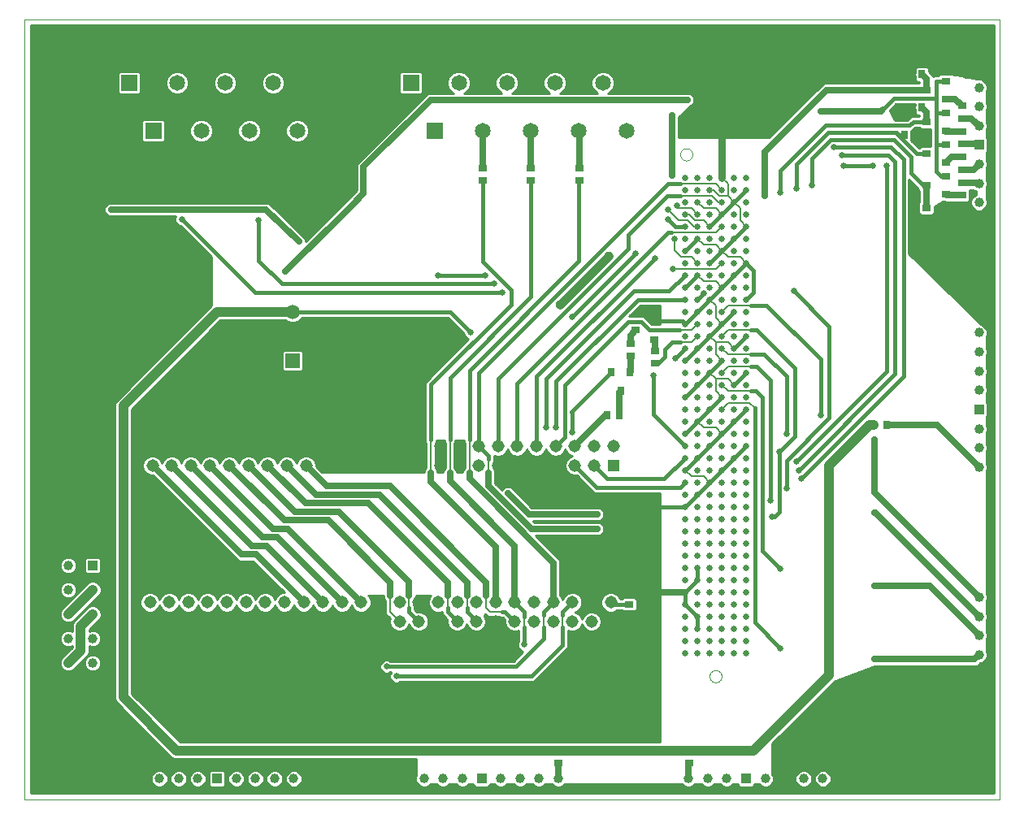
<source format=gtl>
G75*
%MOIN*%
%OFA0B0*%
%FSLAX24Y24*%
%IPPOS*%
%LPD*%
%AMOC8*
5,1,8,0,0,1.08239X$1,22.5*
%
%ADD10C,0.0000*%
%ADD11R,0.0515X0.0515*%
%ADD12C,0.0515*%
%ADD13R,0.0397X0.0397*%
%ADD14C,0.0397*%
%ADD15C,0.0250*%
%ADD16R,0.0594X0.0594*%
%ADD17C,0.0594*%
%ADD18R,0.0650X0.0650*%
%ADD19C,0.0650*%
%ADD20R,0.0354X0.0315*%
%ADD21R,0.0354X0.0276*%
%ADD22R,0.0276X0.0354*%
%ADD23R,0.0315X0.0354*%
%ADD24C,0.0400*%
%ADD25C,0.0160*%
%ADD26C,0.0080*%
%ADD27C,0.0515*%
%ADD28C,0.0100*%
%ADD29C,0.1650*%
%ADD30C,0.0300*%
%ADD31C,0.0250*%
%ADD32C,0.0280*%
%ADD33C,0.0375*%
%ADD34C,0.0380*%
D10*
X000467Y000572D02*
X000467Y032572D01*
X040467Y032572D01*
X040467Y000572D01*
X000467Y000572D01*
X028567Y005627D02*
X028569Y005658D01*
X028575Y005689D01*
X028585Y005719D01*
X028598Y005747D01*
X028615Y005774D01*
X028635Y005798D01*
X028658Y005820D01*
X028683Y005838D01*
X028711Y005853D01*
X028740Y005865D01*
X028770Y005873D01*
X028801Y005877D01*
X028833Y005877D01*
X028864Y005873D01*
X028894Y005865D01*
X028923Y005853D01*
X028951Y005838D01*
X028976Y005820D01*
X028999Y005798D01*
X029019Y005774D01*
X029036Y005747D01*
X029049Y005719D01*
X029059Y005689D01*
X029065Y005658D01*
X029067Y005627D01*
X029065Y005596D01*
X029059Y005565D01*
X029049Y005535D01*
X029036Y005507D01*
X029019Y005480D01*
X028999Y005456D01*
X028976Y005434D01*
X028951Y005416D01*
X028923Y005401D01*
X028894Y005389D01*
X028864Y005381D01*
X028833Y005377D01*
X028801Y005377D01*
X028770Y005381D01*
X028740Y005389D01*
X028711Y005401D01*
X028683Y005416D01*
X028658Y005434D01*
X028635Y005456D01*
X028615Y005480D01*
X028598Y005507D01*
X028585Y005535D01*
X028575Y005565D01*
X028569Y005596D01*
X028567Y005627D01*
X027367Y027037D02*
X027369Y027068D01*
X027375Y027099D01*
X027385Y027129D01*
X027398Y027157D01*
X027415Y027184D01*
X027435Y027208D01*
X027458Y027230D01*
X027483Y027248D01*
X027511Y027263D01*
X027540Y027275D01*
X027570Y027283D01*
X027601Y027287D01*
X027633Y027287D01*
X027664Y027283D01*
X027694Y027275D01*
X027723Y027263D01*
X027751Y027248D01*
X027776Y027230D01*
X027799Y027208D01*
X027819Y027184D01*
X027836Y027157D01*
X027849Y027129D01*
X027859Y027099D01*
X027865Y027068D01*
X027867Y027037D01*
X027865Y027006D01*
X027859Y026975D01*
X027849Y026945D01*
X027836Y026917D01*
X027819Y026890D01*
X027799Y026866D01*
X027776Y026844D01*
X027751Y026826D01*
X027723Y026811D01*
X027694Y026799D01*
X027664Y026791D01*
X027633Y026787D01*
X027601Y026787D01*
X027570Y026791D01*
X027540Y026799D01*
X027511Y026811D01*
X027483Y026826D01*
X027458Y026844D01*
X027435Y026866D01*
X027415Y026890D01*
X027398Y026917D01*
X027385Y026945D01*
X027375Y026975D01*
X027369Y027006D01*
X027367Y027037D01*
D11*
X024617Y014272D03*
X024517Y007872D03*
D12*
X024517Y008659D03*
X023729Y008659D03*
X023729Y007872D03*
X022942Y007872D03*
X022942Y008659D03*
X022154Y008659D03*
X021367Y008659D03*
X021367Y007872D03*
X022154Y007872D03*
X020580Y007872D03*
X020580Y008659D03*
X019792Y008659D03*
X019792Y007872D03*
X019005Y007872D03*
X019005Y008659D03*
X018217Y008659D03*
X017430Y008659D03*
X017430Y007872D03*
X016643Y007872D03*
X016643Y008659D03*
X015855Y008659D03*
X015855Y007872D03*
X015068Y007872D03*
X015068Y008659D03*
X014280Y008659D03*
X014280Y007872D03*
X013493Y007872D03*
X012706Y007872D03*
X011918Y007872D03*
X011131Y007872D03*
X011131Y008659D03*
X011918Y008659D03*
X012706Y008659D03*
X013493Y008659D03*
X010343Y008659D03*
X010343Y007872D03*
X009556Y007872D03*
X008769Y007872D03*
X008769Y008659D03*
X009556Y008659D03*
X007981Y008659D03*
X007981Y007872D03*
X007194Y007872D03*
X007194Y008659D03*
X006406Y008659D03*
X006406Y007872D03*
X005619Y007872D03*
X005619Y008659D03*
X005719Y014272D03*
X006506Y014272D03*
X006506Y015059D03*
X005719Y015059D03*
X007294Y015059D03*
X007294Y014272D03*
X008081Y014272D03*
X008081Y015059D03*
X008869Y015059D03*
X008869Y014272D03*
X009656Y014272D03*
X010443Y014272D03*
X010443Y015059D03*
X009656Y015059D03*
X011231Y015059D03*
X011231Y014272D03*
X012018Y014272D03*
X012018Y015059D03*
X012806Y015059D03*
X012806Y014272D03*
X013593Y014272D03*
X014380Y014272D03*
X015168Y014272D03*
X015955Y014272D03*
X015955Y015059D03*
X015168Y015059D03*
X014380Y015059D03*
X013593Y015059D03*
X016743Y015059D03*
X016743Y014272D03*
X017530Y014272D03*
X017530Y015059D03*
X018317Y015059D03*
X018317Y014272D03*
X019105Y014272D03*
X019892Y014272D03*
X019892Y015059D03*
X019105Y015059D03*
X020680Y015059D03*
X020680Y014272D03*
X021467Y014272D03*
X021467Y015059D03*
X022254Y015059D03*
X022254Y014272D03*
X023042Y014272D03*
X023829Y014272D03*
X023829Y015059D03*
X024617Y015059D03*
X023042Y015059D03*
X018217Y007872D03*
D13*
X019217Y001422D03*
X008367Y001422D03*
X003267Y010172D03*
X030067Y001422D03*
X039617Y005722D03*
X039617Y016572D03*
X039617Y027422D03*
D14*
X039617Y026635D03*
X039617Y025847D03*
X039617Y025060D03*
X039617Y028209D03*
X039617Y028997D03*
X039617Y029784D03*
X039617Y030572D03*
X039617Y019722D03*
X039617Y018934D03*
X039617Y018147D03*
X039617Y017359D03*
X039617Y015785D03*
X039617Y014997D03*
X039617Y014210D03*
X039617Y008872D03*
X039617Y008084D03*
X039617Y007297D03*
X039617Y006509D03*
X039617Y004935D03*
X039617Y004147D03*
X039617Y003360D03*
X033216Y001422D03*
X032429Y001422D03*
X031641Y001422D03*
X030854Y001422D03*
X029279Y001422D03*
X028492Y001422D03*
X027704Y001422D03*
X022366Y001422D03*
X021579Y001422D03*
X020791Y001422D03*
X020004Y001422D03*
X018429Y001422D03*
X017642Y001422D03*
X016854Y001422D03*
X011516Y001422D03*
X010729Y001422D03*
X009941Y001422D03*
X009154Y001422D03*
X007579Y001422D03*
X006792Y001422D03*
X006004Y001422D03*
X003267Y006172D03*
X002267Y006172D03*
X002267Y007172D03*
X003267Y007172D03*
X003267Y008172D03*
X002267Y008172D03*
X002267Y009172D03*
X003267Y009172D03*
X002267Y010172D03*
D15*
X015317Y006022D03*
X015717Y005622D03*
X020967Y006922D03*
X023967Y011672D03*
X023967Y012272D03*
X027567Y012082D03*
X028067Y012082D03*
X028567Y012082D03*
X029067Y012082D03*
X029067Y011582D03*
X028567Y011582D03*
X028067Y011582D03*
X027567Y011582D03*
X027567Y011082D03*
X028067Y011082D03*
X028567Y011082D03*
X029067Y011082D03*
X029067Y010582D03*
X028567Y010582D03*
X028067Y010582D03*
X027567Y010582D03*
X027567Y010082D03*
X028067Y010082D03*
X028567Y010082D03*
X029067Y010082D03*
X029067Y009582D03*
X028567Y009582D03*
X028067Y009582D03*
X027567Y009582D03*
X027567Y009082D03*
X028067Y009082D03*
X028567Y009082D03*
X029067Y009082D03*
X029067Y008582D03*
X028567Y008582D03*
X028067Y008582D03*
X027567Y008582D03*
X027567Y008082D03*
X028067Y008082D03*
X028567Y008082D03*
X029067Y008082D03*
X029067Y007582D03*
X028567Y007582D03*
X028067Y007582D03*
X027567Y007582D03*
X027567Y007082D03*
X028067Y007082D03*
X028567Y007082D03*
X029067Y007082D03*
X029067Y006582D03*
X028567Y006582D03*
X028067Y006582D03*
X027567Y006582D03*
X029567Y006582D03*
X030067Y006582D03*
X030067Y007082D03*
X029567Y007082D03*
X029567Y007582D03*
X030067Y007582D03*
X030067Y008082D03*
X029567Y008082D03*
X029567Y008582D03*
X030067Y008582D03*
X030067Y009082D03*
X029567Y009082D03*
X029567Y009582D03*
X030067Y009582D03*
X030067Y010082D03*
X029567Y010082D03*
X029567Y010582D03*
X030067Y010582D03*
X030067Y011082D03*
X029567Y011082D03*
X029567Y011582D03*
X030067Y011582D03*
X030067Y012082D03*
X029567Y012082D03*
X029567Y012582D03*
X030067Y012582D03*
X030067Y013082D03*
X029567Y013082D03*
X029567Y013582D03*
X030067Y013582D03*
X030067Y014082D03*
X029567Y014082D03*
X029567Y014582D03*
X030067Y014582D03*
X030067Y015082D03*
X030067Y015582D03*
X029567Y015582D03*
X029567Y015082D03*
X029067Y015082D03*
X029067Y015082D03*
X029067Y015582D03*
X028567Y015582D03*
X028567Y015082D03*
X028067Y015082D03*
X028067Y015582D03*
X027567Y015582D03*
X027567Y015082D03*
X027567Y014582D03*
X027567Y014582D03*
X028067Y014582D03*
X028567Y014582D03*
X029067Y014582D03*
X029067Y014582D03*
X029067Y014082D03*
X029067Y013582D03*
X028567Y013582D03*
X028567Y014082D03*
X028067Y014082D03*
X028067Y013582D03*
X027567Y013582D03*
X027567Y014082D03*
X027567Y013082D03*
X028067Y013082D03*
X028567Y013082D03*
X029067Y013082D03*
X029067Y012582D03*
X028567Y012582D03*
X028067Y012582D03*
X027567Y012582D03*
X031067Y012822D03*
X031117Y012172D03*
X031717Y013322D03*
X032317Y013722D03*
X032217Y014072D03*
X032117Y014422D03*
X031417Y014822D03*
X031717Y015572D03*
X033117Y016322D03*
X035317Y015322D03*
X035317Y012322D03*
X035317Y009322D03*
X035317Y006322D03*
X031467Y006772D03*
X031467Y010022D03*
X030067Y016082D03*
X030067Y016582D03*
X029567Y016582D03*
X029567Y016082D03*
X029067Y016082D03*
X029067Y016082D03*
X029067Y016582D03*
X028567Y016582D03*
X028567Y016082D03*
X028067Y016082D03*
X028067Y016582D03*
X027567Y016582D03*
X027567Y016582D03*
X027567Y016082D03*
X027567Y016082D03*
X027567Y017082D03*
X028067Y017082D03*
X028567Y017082D03*
X029067Y017082D03*
X029067Y017582D03*
X028567Y017582D03*
X028067Y017582D03*
X027567Y017582D03*
X027567Y017582D03*
X027567Y018082D03*
X027567Y018082D03*
X028067Y018082D03*
X028567Y018082D03*
X029067Y018082D03*
X029067Y018582D03*
X028567Y018582D03*
X028067Y018582D03*
X027567Y018582D03*
X027167Y018672D03*
X027567Y019082D03*
X028067Y019082D03*
X028567Y019082D03*
X029067Y019082D03*
X029067Y019582D03*
X028567Y019582D03*
X028067Y019582D03*
X027567Y019582D03*
X027567Y019582D03*
X027567Y020082D03*
X028067Y020082D03*
X028567Y020082D03*
X029067Y020082D03*
X029067Y020582D03*
X028567Y020582D03*
X028067Y020582D03*
X027567Y020582D03*
X027567Y020582D03*
X027567Y021082D03*
X028067Y021082D03*
X028317Y021332D03*
X028567Y021082D03*
X029067Y021082D03*
X029067Y021082D03*
X029067Y021582D03*
X028567Y021582D03*
X028067Y021582D03*
X028067Y021582D03*
X027567Y021582D03*
X027567Y022082D03*
X028067Y022082D03*
X028567Y022082D03*
X029067Y022082D03*
X029067Y022082D03*
X029067Y022582D03*
X028567Y022582D03*
X028067Y022582D03*
X027567Y022582D03*
X027567Y022582D03*
X027567Y023082D03*
X028067Y023082D03*
X028067Y023082D03*
X028567Y023082D03*
X029067Y023082D03*
X029067Y023582D03*
X029067Y023582D03*
X028567Y023582D03*
X028067Y023582D03*
X027567Y023582D03*
X027567Y023582D03*
X027117Y023572D03*
X027567Y024082D03*
X028067Y024082D03*
X028567Y024082D03*
X029067Y024082D03*
X029567Y024082D03*
X030067Y024082D03*
X030067Y023582D03*
X030067Y023082D03*
X029567Y023082D03*
X029567Y023582D03*
X029567Y022582D03*
X030067Y022582D03*
X030067Y022082D03*
X029567Y022082D03*
X029567Y021582D03*
X030067Y021582D03*
X030067Y021082D03*
X029567Y021082D03*
X029567Y020582D03*
X030067Y020582D03*
X030067Y020082D03*
X029567Y020082D03*
X029567Y019582D03*
X030067Y019582D03*
X030067Y019082D03*
X029567Y019082D03*
X029567Y018582D03*
X030067Y018582D03*
X030067Y018082D03*
X029567Y018082D03*
X029567Y017582D03*
X030067Y017582D03*
X030067Y017082D03*
X029567Y017082D03*
X026267Y017972D03*
X022917Y015622D03*
X022267Y015822D03*
X021867Y015822D03*
X020297Y013142D03*
X018767Y019722D03*
X020067Y021372D03*
X019717Y021722D03*
X019367Y022072D03*
X017417Y022072D03*
X013817Y024872D03*
X013317Y024972D03*
X011717Y023472D03*
X011167Y022222D03*
X010067Y024322D03*
X006917Y024372D03*
X004017Y024772D03*
X022917Y020372D03*
X025517Y022972D03*
X026317Y022772D03*
X027057Y022332D03*
X026867Y024372D03*
X026867Y024772D03*
X027217Y024922D03*
X027567Y025082D03*
X027567Y025082D03*
X028067Y025082D03*
X028567Y025082D03*
X029067Y025082D03*
X029067Y024582D03*
X028567Y024582D03*
X028067Y024582D03*
X027567Y024582D03*
X027567Y025582D03*
X028067Y025582D03*
X028567Y025582D03*
X029067Y025582D03*
X029067Y026082D03*
X028567Y026082D03*
X028067Y026082D03*
X027567Y026082D03*
X027017Y026172D03*
X029567Y026082D03*
X030067Y026082D03*
X030067Y025582D03*
X029567Y025582D03*
X029567Y025082D03*
X030067Y025082D03*
X030067Y024582D03*
X029567Y024582D03*
X030817Y025322D03*
X031467Y025472D03*
X032117Y025622D03*
X032767Y025772D03*
X034067Y026572D03*
X033994Y027000D03*
X033679Y027335D03*
X035254Y026572D03*
X035817Y026572D03*
X037517Y027822D03*
X036367Y028972D03*
X035651Y028856D03*
X036367Y030322D03*
X033133Y028806D03*
X027667Y029272D03*
X027017Y028622D03*
X032017Y021422D03*
D16*
X011467Y018572D03*
D17*
X011467Y019572D03*
X011467Y020572D03*
D18*
X005751Y028004D03*
X004767Y029972D03*
X016317Y029972D03*
X017301Y028004D03*
D19*
X019269Y028004D03*
X021238Y028004D03*
X023206Y028004D03*
X025175Y028004D03*
X024191Y029972D03*
X022222Y029972D03*
X020254Y029972D03*
X018285Y029972D03*
X013625Y028004D03*
X011656Y028004D03*
X009688Y028004D03*
X007719Y028004D03*
X006735Y029972D03*
X008704Y029972D03*
X010672Y029972D03*
X012641Y029972D03*
D20*
X025523Y019822D03*
X026310Y019448D03*
X026310Y020196D03*
X037473Y025772D03*
X038260Y025398D03*
X038260Y026146D03*
X038260Y026698D03*
X038260Y027446D03*
X038260Y027998D03*
X038260Y028746D03*
X038260Y029298D03*
X038260Y030046D03*
X037473Y029672D03*
X037473Y028372D03*
X037473Y027072D03*
D21*
X038917Y026928D03*
X038917Y027466D03*
X038917Y027978D03*
X038917Y028516D03*
X038917Y029028D03*
X038917Y026416D03*
X038917Y025878D03*
X038917Y025366D03*
X037467Y024828D03*
X037467Y024316D03*
X026317Y018978D03*
X026317Y018466D03*
X025317Y018766D03*
X025317Y019278D03*
X023217Y025966D03*
X023217Y026478D03*
X021217Y026478D03*
X021217Y025966D03*
X019267Y025966D03*
X019267Y026478D03*
X025267Y008578D03*
X025267Y008066D03*
X027717Y002578D03*
X027717Y002066D03*
X022367Y002066D03*
X022367Y002578D03*
D22*
X035311Y015922D03*
X035823Y015922D03*
X024873Y016322D03*
X024361Y016322D03*
X036561Y027822D03*
X037073Y027822D03*
X037273Y028972D03*
X036761Y028972D03*
X036761Y030322D03*
X037273Y030322D03*
D23*
X025291Y018116D03*
X024543Y018116D03*
X024917Y017328D03*
D24*
X033467Y014272D02*
X035117Y015922D01*
X035311Y015922D01*
X033467Y014272D02*
X033467Y005672D01*
X030373Y002578D01*
X027717Y002578D01*
X022367Y002578D01*
X006711Y002578D01*
X004517Y004772D01*
X004517Y016722D01*
X008367Y020572D01*
X011467Y020572D01*
X003267Y009172D02*
X002267Y008172D01*
X002767Y007672D02*
X003267Y008172D01*
X002767Y007672D02*
X002767Y006672D01*
X002267Y006172D01*
D25*
X015317Y006022D02*
X020617Y006022D01*
X021767Y007172D01*
X021767Y007622D01*
X021767Y008122D02*
X021767Y008272D01*
X022154Y008659D01*
X022547Y008264D02*
X022547Y008122D01*
X022547Y008264D02*
X022942Y008659D01*
X023729Y008659D02*
X023729Y009872D01*
X025067Y009872D01*
X025857Y009082D01*
X025857Y009072D01*
X025267Y008578D02*
X024598Y008578D01*
X024517Y008659D01*
X024711Y008066D02*
X024517Y007872D01*
X024711Y008066D02*
X025267Y008066D01*
X027567Y008582D02*
X027567Y009072D01*
X027567Y009082D01*
X028067Y009582D01*
X028067Y010082D01*
X027567Y008582D02*
X028067Y008082D01*
X028067Y007582D01*
X030417Y007822D02*
X031467Y006772D01*
X030417Y007822D02*
X030417Y016622D01*
X030067Y016582D02*
X029567Y016082D01*
X029067Y015582D01*
X028567Y015082D01*
X028067Y014582D01*
X027567Y014082D01*
X027567Y013582D02*
X027357Y013372D01*
X023942Y013372D01*
X023042Y014272D01*
X023829Y014272D02*
X024379Y013722D01*
X026707Y013722D01*
X027567Y014582D01*
X027567Y015082D02*
X026267Y016382D01*
X026267Y017972D01*
X026317Y018466D02*
X026461Y018466D01*
X026717Y018722D01*
X026717Y019022D01*
X027027Y019332D01*
X027367Y019332D01*
X027567Y019082D02*
X027567Y019072D01*
X027167Y018672D01*
X027567Y018582D02*
X028067Y019082D01*
X028567Y019582D01*
X029067Y020082D01*
X029567Y020582D01*
X030267Y020832D02*
X030907Y020832D01*
X033117Y018622D01*
X033117Y016322D01*
X033467Y016222D02*
X033467Y019972D01*
X032017Y021422D01*
X030367Y021382D02*
X030067Y021082D01*
X030367Y021382D02*
X030367Y022282D01*
X030067Y022582D01*
X029567Y022082D01*
X029067Y021582D01*
X028567Y021082D01*
X028067Y020582D01*
X027567Y020082D01*
X027453Y020196D01*
X026310Y020196D01*
X026107Y019832D02*
X025767Y020172D01*
X025217Y020172D01*
X022617Y017572D01*
X022617Y015422D01*
X022254Y015059D01*
X021467Y015059D02*
X021467Y017922D01*
X026317Y022772D01*
X025517Y022972D02*
X022917Y020372D01*
X021238Y021193D02*
X021238Y025945D01*
X021217Y025966D01*
X019267Y025966D02*
X019267Y022622D01*
X020417Y021472D01*
X020417Y020872D01*
X017136Y017592D01*
X017136Y015322D01*
X017917Y015322D02*
X017917Y017872D01*
X021238Y021193D01*
X020067Y021372D02*
X009917Y021372D01*
X006917Y024372D01*
X010067Y024322D02*
X010067Y022672D01*
X011017Y021722D01*
X019717Y021722D01*
X019367Y022072D02*
X017417Y022072D01*
X017917Y020572D02*
X018767Y019722D01*
X017917Y020572D02*
X011467Y020572D01*
X013317Y024972D02*
X013317Y027695D01*
X013625Y028004D01*
X019267Y028001D02*
X019269Y028004D01*
X021217Y027982D02*
X021238Y028004D01*
X023206Y028004D02*
X023217Y027993D01*
X023217Y025966D02*
X023206Y025956D01*
X023206Y022662D01*
X018717Y018172D01*
X018717Y015322D01*
X019105Y015059D02*
X019507Y014658D01*
X019507Y014522D01*
X019892Y015059D02*
X019892Y017848D01*
X025217Y023172D01*
X025217Y023722D01*
X026827Y025332D01*
X027367Y025332D01*
X027367Y025832D02*
X026877Y025832D01*
X019105Y018060D01*
X019105Y015059D01*
X020680Y015059D02*
X020680Y017635D01*
X026877Y023832D01*
X026997Y023832D01*
X027157Y024082D02*
X026867Y024372D01*
X027157Y024082D02*
X027567Y024082D01*
X028067Y023582D02*
X027567Y023082D01*
X028567Y022582D02*
X029067Y023082D01*
X029567Y023582D01*
X030067Y024082D01*
X029067Y024582D02*
X029567Y025082D01*
X030067Y025582D01*
X031467Y025472D02*
X031467Y026372D01*
X033317Y028222D01*
X036767Y028222D01*
X036917Y028372D01*
X037473Y028372D01*
X037867Y028722D02*
X037891Y028746D01*
X038260Y028746D01*
X037867Y028722D02*
X037867Y029322D01*
X036117Y029322D01*
X035651Y028856D01*
X035601Y028806D01*
X036217Y027922D02*
X033417Y027922D01*
X032117Y026622D01*
X032117Y025622D01*
X032767Y025772D02*
X032767Y026872D01*
X033517Y027622D01*
X036117Y027622D01*
X036817Y026922D01*
X036817Y026272D01*
X037317Y025772D01*
X037473Y025772D01*
X037867Y026322D02*
X038067Y026122D01*
X038236Y026122D01*
X038260Y026146D01*
X037867Y026322D02*
X037867Y027422D01*
X037891Y027446D01*
X038260Y027446D01*
X037867Y027422D02*
X037867Y028722D01*
X037867Y029322D02*
X037867Y030046D01*
X038260Y030046D01*
X036217Y027922D02*
X036292Y027847D01*
X036536Y027847D01*
X036561Y027822D01*
X036292Y027847D02*
X037067Y027072D01*
X037473Y027072D01*
X036517Y026822D02*
X036004Y027335D01*
X033679Y027335D01*
X033994Y027000D02*
X035889Y027000D01*
X036167Y026722D01*
X036167Y018472D01*
X036167Y018072D01*
X036167Y018022D01*
X032217Y014072D01*
X032317Y013722D02*
X036517Y017922D01*
X036517Y026822D01*
X035817Y026572D02*
X035817Y018522D01*
X035817Y018122D01*
X032117Y014422D01*
X031717Y014472D02*
X033467Y016222D01*
X032067Y015972D02*
X032067Y018272D01*
X030507Y019832D01*
X030267Y019832D01*
X030067Y019582D02*
X029567Y019082D01*
X030267Y018832D02*
X030807Y018832D01*
X031717Y017922D01*
X031717Y015572D01*
X032067Y015472D02*
X032067Y015872D01*
X032067Y015972D01*
X032067Y015472D02*
X031417Y014822D01*
X031417Y012372D01*
X031217Y012172D01*
X031117Y012172D01*
X031067Y012822D02*
X031067Y017772D01*
X030507Y018332D01*
X030267Y018332D01*
X030067Y018082D02*
X029567Y017582D01*
X030267Y017332D02*
X030457Y017332D01*
X030717Y017072D01*
X030717Y010772D01*
X031467Y010022D01*
X028067Y013082D02*
X027567Y012582D01*
X026439Y012582D01*
X023944Y012582D01*
X022254Y014272D01*
X022917Y015622D02*
X022917Y016472D01*
X022908Y016481D01*
X024543Y018116D01*
X025291Y018116D02*
X025291Y018202D01*
X026107Y019832D02*
X027347Y019832D01*
X027567Y021082D02*
X025627Y021082D01*
X022267Y017722D01*
X022267Y015822D01*
X021867Y015822D02*
X021867Y017822D01*
X025467Y021422D01*
X026907Y021422D01*
X027567Y022082D01*
X027567Y021582D02*
X028067Y022082D01*
X028317Y021332D02*
X028067Y021082D01*
X029067Y018582D02*
X028567Y018082D01*
X028067Y017582D01*
X027567Y017082D01*
X028567Y016582D02*
X029067Y017082D01*
X028567Y016582D02*
X028067Y016082D01*
X027567Y015582D01*
X029067Y014082D02*
X029567Y014582D01*
X030067Y015082D01*
X029067Y014082D02*
X028567Y013582D01*
X028067Y013082D01*
X026439Y012582D02*
X023767Y009909D01*
X023729Y009909D01*
X023729Y009872D01*
X020967Y008272D02*
X020967Y008072D01*
X020967Y008272D02*
X020580Y008659D01*
X020180Y008272D02*
X020067Y008272D01*
X020180Y008272D02*
X020580Y007872D01*
X020967Y007622D02*
X020967Y006922D01*
X021267Y005622D02*
X022547Y006902D01*
X022547Y007622D01*
X021267Y005622D02*
X015717Y005622D01*
X016643Y007872D02*
X016247Y008268D01*
X016247Y008422D01*
X017817Y008422D02*
X017817Y008273D01*
X018217Y007872D01*
X018617Y008260D02*
X018617Y008422D01*
X018617Y008260D02*
X019005Y007872D01*
X031717Y013322D02*
X031717Y014472D01*
X040067Y021716D02*
X040067Y006172D01*
X039617Y005722D01*
X040067Y021716D02*
X037467Y024316D01*
X035254Y026572D02*
X034067Y026572D01*
X029067Y024582D02*
X028567Y024082D01*
D26*
X028317Y024332D01*
X027967Y024332D01*
X027717Y024582D01*
X027567Y024582D01*
X027667Y024332D02*
X027307Y024332D01*
X026867Y024772D01*
X027217Y024922D02*
X027307Y024832D01*
X027817Y024832D01*
X028067Y024582D01*
X028317Y024832D02*
X028067Y025082D01*
X028317Y024832D02*
X028817Y024832D01*
X029067Y024582D01*
X029067Y025082D02*
X028917Y025082D01*
X028667Y025332D01*
X027367Y025332D01*
X027367Y025832D02*
X028817Y025832D01*
X029067Y025582D01*
X028967Y025332D02*
X028717Y025582D01*
X028567Y025582D01*
X028967Y025332D02*
X029317Y025332D01*
X029317Y025832D01*
X029067Y026082D01*
X029317Y025332D02*
X029567Y025082D01*
X029817Y024832D01*
X029817Y024332D01*
X030067Y024082D01*
X029067Y024082D02*
X028817Y023832D01*
X026997Y023832D01*
X027117Y023572D02*
X027117Y023102D01*
X027387Y022832D01*
X027817Y022832D01*
X028067Y022582D01*
X028067Y022082D02*
X028317Y021832D01*
X028817Y021832D01*
X029067Y021582D01*
X028567Y021082D02*
X028817Y020832D01*
X028817Y020332D01*
X029067Y020082D01*
X029317Y019832D02*
X029067Y019582D01*
X029317Y019332D02*
X028817Y019332D01*
X028567Y019582D01*
X028817Y019332D02*
X028817Y018832D01*
X029067Y018582D01*
X029317Y018332D02*
X029067Y018082D01*
X029317Y017832D02*
X028817Y017832D01*
X028567Y018082D01*
X028817Y017832D02*
X028817Y017332D01*
X029067Y017082D01*
X029317Y016832D02*
X029067Y016582D01*
X029317Y016832D02*
X030207Y016832D01*
X030417Y016622D01*
X030267Y017332D02*
X029317Y017332D01*
X029067Y017582D01*
X029317Y017832D02*
X029567Y017582D01*
X029317Y018332D02*
X030267Y018332D01*
X030267Y018832D02*
X029317Y018832D01*
X029067Y019082D01*
X029317Y019332D02*
X029567Y019082D01*
X029317Y019832D02*
X030267Y019832D01*
X030267Y020832D02*
X029317Y020832D01*
X029067Y020582D01*
X028067Y020082D02*
X027817Y019832D01*
X027347Y019832D01*
X027367Y019332D02*
X027817Y019332D01*
X028067Y019582D01*
X028817Y022332D02*
X027057Y022332D01*
X028067Y023582D02*
X028317Y023332D01*
X028817Y023332D01*
X029067Y023082D01*
X029317Y022832D01*
X029817Y022832D01*
X030067Y022582D01*
X029067Y022582D02*
X028817Y022332D01*
X028067Y024082D02*
X027917Y024082D01*
X027667Y024332D01*
X028067Y016082D02*
X028317Y015832D01*
X028817Y015832D01*
X029067Y015582D01*
X028317Y013832D02*
X027817Y013832D01*
X027567Y014082D01*
X028317Y013832D02*
X028567Y013582D01*
X022547Y008122D02*
X022547Y007622D01*
X021767Y007622D02*
X021767Y008122D01*
X020967Y008072D02*
X020967Y007622D01*
X020967Y007472D01*
X020067Y008272D02*
X019555Y008272D01*
X019405Y008422D01*
X019405Y008922D01*
X018617Y008922D02*
X018617Y008422D01*
X017817Y008422D02*
X017817Y008922D01*
X016247Y008922D02*
X016247Y008422D01*
X015855Y007872D02*
X015467Y008261D01*
X015467Y008422D01*
X015467Y008922D01*
X017136Y013972D02*
X017136Y015322D01*
X017917Y015322D02*
X017917Y013972D01*
X018717Y013972D02*
X018717Y015322D01*
X019507Y014522D02*
X019507Y013972D01*
D27*
X019892Y014272D02*
X020680Y014272D01*
X021467Y014272D01*
X022254Y014272D01*
X016743Y014272D02*
X015955Y014272D01*
X015955Y015059D01*
X015168Y015059D01*
X014380Y015059D01*
X013593Y015059D01*
X012806Y015059D01*
X012018Y015059D01*
X011231Y015059D01*
X010443Y015059D01*
X009656Y015059D01*
X008869Y015059D01*
X008081Y015059D01*
X007294Y015059D01*
X006506Y015059D01*
X005719Y015059D01*
X012806Y014272D02*
X013593Y014272D01*
X014380Y014272D01*
X015168Y014272D01*
X015955Y014272D01*
X015955Y015059D02*
X016743Y015059D01*
X015068Y008659D02*
X015068Y007872D01*
X014280Y007872D01*
X013493Y007872D01*
X012706Y007872D01*
X011918Y007872D01*
X011131Y007872D01*
X010343Y007872D01*
X009556Y007872D01*
X008769Y007872D01*
X007981Y007872D01*
X007194Y007872D01*
X006406Y007872D01*
X005619Y007872D01*
D28*
X005538Y008252D02*
X005700Y008252D01*
X005850Y008314D01*
X005964Y008429D01*
X006013Y008545D01*
X006061Y008429D01*
X006176Y008314D01*
X006325Y008252D01*
X006487Y008252D01*
X006637Y008314D01*
X006752Y008429D01*
X006800Y008545D01*
X006848Y008429D01*
X006963Y008314D01*
X007113Y008252D01*
X007275Y008252D01*
X007425Y008314D01*
X007539Y008429D01*
X007588Y008545D01*
X007636Y008429D01*
X007750Y008314D01*
X007900Y008252D01*
X008062Y008252D01*
X008212Y008314D01*
X008327Y008429D01*
X008375Y008545D01*
X008423Y008429D01*
X008538Y008314D01*
X008688Y008252D01*
X008850Y008252D01*
X008999Y008314D01*
X009114Y008429D01*
X009162Y008545D01*
X009211Y008429D01*
X009325Y008314D01*
X009475Y008252D01*
X009637Y008252D01*
X009787Y008314D01*
X009901Y008429D01*
X009950Y008545D01*
X009998Y008429D01*
X010113Y008314D01*
X010262Y008252D01*
X010424Y008252D01*
X010574Y008314D01*
X010689Y008429D01*
X010737Y008545D01*
X010785Y008429D01*
X010900Y008314D01*
X011050Y008252D01*
X011212Y008252D01*
X011362Y008314D01*
X011476Y008429D01*
X011525Y008545D01*
X011573Y008429D01*
X011687Y008314D01*
X011837Y008252D01*
X011999Y008252D01*
X012149Y008314D01*
X012264Y008429D01*
X012312Y008545D01*
X012360Y008429D01*
X012475Y008314D01*
X012625Y008252D01*
X012787Y008252D01*
X012936Y008314D01*
X013051Y008429D01*
X013099Y008545D01*
X013148Y008429D01*
X013262Y008314D01*
X013412Y008252D01*
X013574Y008252D01*
X013724Y008314D01*
X013838Y008429D01*
X013887Y008545D01*
X013935Y008429D01*
X014050Y008314D01*
X014199Y008252D01*
X014361Y008252D01*
X014511Y008314D01*
X014626Y008429D01*
X014688Y008578D01*
X014688Y008741D01*
X014626Y008890D01*
X014574Y008942D01*
X015192Y008942D01*
X015192Y008867D01*
X015234Y008766D01*
X015277Y008723D01*
X015277Y008182D01*
X015388Y008071D01*
X015465Y007994D01*
X015448Y007953D01*
X015448Y007791D01*
X015510Y007641D01*
X015624Y007527D01*
X015774Y007465D01*
X015936Y007465D01*
X016086Y007527D01*
X016201Y007641D01*
X016249Y007758D01*
X016297Y007641D01*
X016412Y007527D01*
X016562Y007465D01*
X016724Y007465D01*
X016873Y007527D01*
X016988Y007641D01*
X017050Y007791D01*
X017050Y007953D01*
X016988Y008103D01*
X016873Y008217D01*
X016724Y008280D01*
X016562Y008280D01*
X016561Y008279D01*
X016477Y008363D01*
X016477Y008517D01*
X016437Y008557D01*
X016437Y008723D01*
X016480Y008766D01*
X016522Y008867D01*
X016522Y008942D01*
X017136Y008942D01*
X017085Y008890D01*
X017023Y008741D01*
X017023Y008578D01*
X017085Y008429D01*
X017199Y008314D01*
X017349Y008252D01*
X017511Y008252D01*
X017587Y008283D01*
X017587Y008178D01*
X017721Y008043D01*
X017810Y007954D01*
X017810Y007953D01*
X017810Y007791D01*
X017872Y007641D01*
X017987Y007527D01*
X018136Y007465D01*
X018299Y007465D01*
X018448Y007527D01*
X018563Y007641D01*
X018611Y007758D01*
X018659Y007641D01*
X018774Y007527D01*
X018924Y007465D01*
X019086Y007465D01*
X019236Y007527D01*
X019350Y007641D01*
X019412Y007791D01*
X019412Y007953D01*
X019350Y008103D01*
X019330Y008123D01*
X019382Y008176D01*
X019476Y008082D01*
X019931Y008082D01*
X019971Y008042D01*
X020084Y008042D01*
X020173Y007954D01*
X020172Y007953D01*
X020172Y007791D01*
X020234Y007641D01*
X020349Y007527D01*
X020499Y007465D01*
X020661Y007465D01*
X020737Y007496D01*
X020737Y007081D01*
X020734Y007078D01*
X020692Y006977D01*
X020692Y006867D01*
X020734Y006766D01*
X020811Y006689D01*
X020912Y006647D01*
X020916Y006647D01*
X020521Y006252D01*
X015476Y006252D01*
X015472Y006255D01*
X015371Y006297D01*
X015262Y006297D01*
X015161Y006255D01*
X015084Y006178D01*
X015042Y006077D01*
X015042Y005967D01*
X015084Y005866D01*
X015161Y005789D01*
X015262Y005747D01*
X015371Y005747D01*
X015472Y005789D01*
X015476Y005792D01*
X015498Y005792D01*
X015484Y005778D01*
X015442Y005677D01*
X015442Y005567D01*
X015484Y005466D01*
X015561Y005389D01*
X015662Y005347D01*
X015771Y005347D01*
X015872Y005389D01*
X015876Y005392D01*
X021362Y005392D01*
X021497Y005527D01*
X022642Y006672D01*
X022777Y006807D01*
X022777Y007499D01*
X022861Y007465D01*
X023023Y007465D01*
X023173Y007527D01*
X023287Y007641D01*
X023336Y007758D01*
X023384Y007641D01*
X023498Y007527D01*
X023648Y007465D01*
X023810Y007465D01*
X023960Y007527D01*
X024075Y007641D01*
X024137Y007791D01*
X024137Y007953D01*
X024075Y008103D01*
X023960Y008217D01*
X023810Y008280D01*
X023648Y008280D01*
X023498Y008217D01*
X023384Y008103D01*
X023336Y007986D01*
X023287Y008103D01*
X023173Y008217D01*
X023056Y008266D01*
X023173Y008314D01*
X023287Y008429D01*
X023349Y008578D01*
X023349Y008741D01*
X023287Y008890D01*
X023173Y009005D01*
X023023Y009067D01*
X022861Y009067D01*
X022711Y009005D01*
X022596Y008890D01*
X022548Y008774D01*
X022500Y008890D01*
X022429Y008961D01*
X022429Y010339D01*
X022388Y010440D01*
X021431Y011397D01*
X024021Y011397D01*
X024122Y011439D01*
X024200Y011516D01*
X024242Y011617D01*
X024242Y011727D01*
X024200Y011828D01*
X024122Y011905D01*
X024021Y011947D01*
X021381Y011947D01*
X021331Y011997D01*
X024021Y011997D01*
X024122Y012039D01*
X024200Y012116D01*
X024242Y012217D01*
X024242Y012327D01*
X024200Y012428D01*
X024122Y012505D01*
X024021Y012547D01*
X021281Y012547D01*
X020530Y013298D01*
X020452Y013375D01*
X020351Y013417D01*
X020242Y013417D01*
X020141Y013375D01*
X020064Y013298D01*
X020054Y013274D01*
X019782Y013546D01*
X019782Y014027D01*
X019740Y014128D01*
X019697Y014171D01*
X019697Y014387D01*
X019737Y014427D01*
X019737Y014683D01*
X019811Y014652D01*
X019973Y014652D01*
X020123Y014714D01*
X020238Y014829D01*
X020286Y014945D01*
X020334Y014829D01*
X020449Y014714D01*
X020599Y014652D01*
X020761Y014652D01*
X020910Y014714D01*
X021025Y014829D01*
X021073Y014945D01*
X021122Y014829D01*
X021236Y014714D01*
X021386Y014652D01*
X021548Y014652D01*
X021698Y014714D01*
X021813Y014829D01*
X021861Y014945D01*
X021909Y014829D01*
X022024Y014714D01*
X022173Y014652D01*
X022336Y014652D01*
X022485Y014714D01*
X022600Y014829D01*
X022648Y014945D01*
X022696Y014829D01*
X022811Y014714D01*
X022928Y014666D01*
X022811Y014617D01*
X022696Y014503D01*
X022634Y014353D01*
X022634Y014191D01*
X022696Y014041D01*
X022811Y013927D01*
X022961Y013865D01*
X023123Y013865D01*
X023124Y013865D01*
X023847Y013142D01*
X026517Y013142D01*
X026517Y005010D01*
X026537Y004990D01*
X026537Y002928D01*
X006856Y002928D01*
X004867Y004917D01*
X004867Y016577D01*
X008512Y020222D01*
X011185Y020222D01*
X011214Y020193D01*
X011378Y020125D01*
X011556Y020125D01*
X011720Y020193D01*
X011845Y020319D01*
X011855Y020342D01*
X017821Y020342D01*
X018492Y019672D01*
X018492Y019667D01*
X018534Y019566D01*
X018611Y019489D01*
X018680Y019460D01*
X016906Y017687D01*
X016906Y015227D01*
X016946Y015187D01*
X016946Y014171D01*
X016903Y014128D01*
X016861Y014027D01*
X016861Y014002D01*
X012677Y014002D01*
X012426Y014253D01*
X012426Y014353D01*
X012364Y014503D01*
X012249Y014617D01*
X012099Y014680D01*
X011937Y014680D01*
X011787Y014617D01*
X011673Y014503D01*
X011625Y014386D01*
X011576Y014503D01*
X011462Y014617D01*
X011312Y014680D01*
X011150Y014680D01*
X011000Y014617D01*
X010885Y014503D01*
X010837Y014386D01*
X010789Y014503D01*
X010674Y014617D01*
X010524Y014680D01*
X010362Y014680D01*
X010213Y014617D01*
X010098Y014503D01*
X010050Y014386D01*
X010001Y014503D01*
X009887Y014617D01*
X009737Y014680D01*
X009575Y014680D01*
X009425Y014617D01*
X009311Y014503D01*
X009262Y014386D01*
X009214Y014503D01*
X009099Y014617D01*
X008950Y014680D01*
X008788Y014680D01*
X008638Y014617D01*
X008523Y014503D01*
X008475Y014386D01*
X008427Y014503D01*
X008312Y014617D01*
X008162Y014680D01*
X008000Y014680D01*
X007850Y014617D01*
X007736Y014503D01*
X007688Y014386D01*
X007639Y014503D01*
X007525Y014617D01*
X007375Y014680D01*
X007213Y014680D01*
X007063Y014617D01*
X006948Y014503D01*
X006900Y014386D01*
X006852Y014503D01*
X006737Y014617D01*
X006587Y014680D01*
X006425Y014680D01*
X006276Y014617D01*
X006161Y014503D01*
X006113Y014386D01*
X006064Y014503D01*
X005950Y014617D01*
X005800Y014680D01*
X005638Y014680D01*
X005488Y014617D01*
X005374Y014503D01*
X005312Y014353D01*
X005312Y014191D01*
X005374Y014041D01*
X005488Y013927D01*
X005638Y013865D01*
X005738Y013865D01*
X009136Y010466D01*
X009213Y010389D01*
X009314Y010347D01*
X009842Y010347D01*
X011122Y009067D01*
X011050Y009067D01*
X010900Y009005D01*
X010785Y008890D01*
X010737Y008774D01*
X010689Y008890D01*
X010574Y009005D01*
X010424Y009067D01*
X010262Y009067D01*
X010113Y009005D01*
X009998Y008890D01*
X009950Y008774D01*
X009901Y008890D01*
X009787Y009005D01*
X009637Y009067D01*
X009475Y009067D01*
X009325Y009005D01*
X009211Y008890D01*
X009162Y008774D01*
X009114Y008890D01*
X008999Y009005D01*
X008850Y009067D01*
X008688Y009067D01*
X008538Y009005D01*
X008423Y008890D01*
X008375Y008774D01*
X008327Y008890D01*
X008212Y009005D01*
X008062Y009067D01*
X007900Y009067D01*
X007750Y009005D01*
X007636Y008890D01*
X007588Y008774D01*
X007539Y008890D01*
X007425Y009005D01*
X007275Y009067D01*
X007113Y009067D01*
X006963Y009005D01*
X006848Y008890D01*
X006800Y008774D01*
X006752Y008890D01*
X006637Y009005D01*
X006487Y009067D01*
X006325Y009067D01*
X006176Y009005D01*
X006061Y008890D01*
X006013Y008774D01*
X005964Y008890D01*
X005850Y009005D01*
X005700Y009067D01*
X005538Y009067D01*
X005388Y009005D01*
X005274Y008890D01*
X005212Y008741D01*
X005212Y008578D01*
X005274Y008429D01*
X005388Y008314D01*
X005538Y008252D01*
X005530Y008255D02*
X004867Y008255D01*
X004867Y008157D02*
X015302Y008157D01*
X015277Y008255D02*
X014369Y008255D01*
X014192Y008255D02*
X013582Y008255D01*
X013405Y008255D02*
X012794Y008255D01*
X012617Y008255D02*
X012007Y008255D01*
X011830Y008255D02*
X011219Y008255D01*
X011042Y008255D02*
X010432Y008255D01*
X010255Y008255D02*
X009645Y008255D01*
X009468Y008255D02*
X008857Y008255D01*
X008680Y008255D02*
X008070Y008255D01*
X007893Y008255D02*
X007282Y008255D01*
X007105Y008255D02*
X006495Y008255D01*
X006318Y008255D02*
X005708Y008255D01*
X005889Y008354D02*
X006136Y008354D01*
X006051Y008452D02*
X005974Y008452D01*
X005983Y008846D02*
X006043Y008846D01*
X006115Y008945D02*
X005910Y008945D01*
X005758Y009043D02*
X006268Y009043D01*
X006545Y009043D02*
X007055Y009043D01*
X006903Y008945D02*
X006698Y008945D01*
X006770Y008846D02*
X006830Y008846D01*
X006839Y008452D02*
X006762Y008452D01*
X006677Y008354D02*
X006923Y008354D01*
X007464Y008354D02*
X007711Y008354D01*
X007626Y008452D02*
X007549Y008452D01*
X007558Y008846D02*
X007617Y008846D01*
X007690Y008945D02*
X007485Y008945D01*
X007332Y009043D02*
X007843Y009043D01*
X008120Y009043D02*
X008630Y009043D01*
X008477Y008945D02*
X008272Y008945D01*
X008345Y008846D02*
X008405Y008846D01*
X008413Y008452D02*
X008336Y008452D01*
X008252Y008354D02*
X008498Y008354D01*
X009039Y008354D02*
X009286Y008354D01*
X009201Y008452D02*
X009124Y008452D01*
X009132Y008846D02*
X009192Y008846D01*
X009265Y008945D02*
X009060Y008945D01*
X008907Y009043D02*
X009417Y009043D01*
X009695Y009043D02*
X010205Y009043D01*
X010052Y008945D02*
X009847Y008945D01*
X009920Y008846D02*
X009980Y008846D01*
X009988Y008452D02*
X009911Y008452D01*
X009826Y008354D02*
X010073Y008354D01*
X010614Y008354D02*
X010860Y008354D01*
X010776Y008452D02*
X010699Y008452D01*
X010707Y008846D02*
X010767Y008846D01*
X010840Y008945D02*
X010635Y008945D01*
X010482Y009043D02*
X010992Y009043D01*
X011047Y009142D02*
X004867Y009142D01*
X004867Y009240D02*
X010949Y009240D01*
X010850Y009339D02*
X004867Y009339D01*
X004867Y009437D02*
X010752Y009437D01*
X010653Y009536D02*
X004867Y009536D01*
X004867Y009634D02*
X010555Y009634D01*
X010456Y009733D02*
X004867Y009733D01*
X004867Y009831D02*
X010358Y009831D01*
X010259Y009930D02*
X004867Y009930D01*
X004867Y010028D02*
X010161Y010028D01*
X010062Y010127D02*
X004867Y010127D01*
X004867Y010225D02*
X009964Y010225D01*
X009865Y010324D02*
X004867Y010324D01*
X004867Y010422D02*
X009180Y010422D01*
X009082Y010521D02*
X004867Y010521D01*
X004867Y010619D02*
X008983Y010619D01*
X008885Y010718D02*
X004867Y010718D01*
X004867Y010816D02*
X008786Y010816D01*
X008688Y010915D02*
X004867Y010915D01*
X004867Y011013D02*
X008589Y011013D01*
X008491Y011112D02*
X004867Y011112D01*
X004867Y011210D02*
X008392Y011210D01*
X008294Y011309D02*
X004867Y011309D01*
X004867Y011407D02*
X008195Y011407D01*
X008097Y011506D02*
X004867Y011506D01*
X004867Y011604D02*
X007998Y011604D01*
X007900Y011703D02*
X004867Y011703D01*
X004867Y011801D02*
X007801Y011801D01*
X007703Y011900D02*
X004867Y011900D01*
X004867Y011998D02*
X007604Y011998D01*
X007506Y012097D02*
X004867Y012097D01*
X004867Y012195D02*
X007407Y012195D01*
X007309Y012294D02*
X004867Y012294D01*
X004867Y012392D02*
X007210Y012392D01*
X007112Y012491D02*
X004867Y012491D01*
X004867Y012589D02*
X007013Y012589D01*
X006915Y012688D02*
X004867Y012688D01*
X004867Y012786D02*
X006816Y012786D01*
X006718Y012885D02*
X004867Y012885D01*
X004867Y012983D02*
X006619Y012983D01*
X006521Y013082D02*
X004867Y013082D01*
X004867Y013180D02*
X006422Y013180D01*
X006324Y013279D02*
X004867Y013279D01*
X004867Y013377D02*
X006225Y013377D01*
X006127Y013476D02*
X004867Y013476D01*
X004867Y013574D02*
X006028Y013574D01*
X005930Y013673D02*
X004867Y013673D01*
X004867Y013771D02*
X005831Y013771D01*
X005626Y013870D02*
X004867Y013870D01*
X004867Y013968D02*
X005447Y013968D01*
X005363Y014067D02*
X004867Y014067D01*
X004867Y014165D02*
X005322Y014165D01*
X005312Y014264D02*
X004867Y014264D01*
X004867Y014362D02*
X005315Y014362D01*
X005356Y014461D02*
X004867Y014461D01*
X004867Y014559D02*
X005430Y014559D01*
X005585Y014658D02*
X004867Y014658D01*
X004867Y014756D02*
X016946Y014756D01*
X016946Y014658D02*
X012152Y014658D01*
X012307Y014559D02*
X016946Y014559D01*
X016946Y014461D02*
X012381Y014461D01*
X012422Y014362D02*
X016946Y014362D01*
X016946Y014264D02*
X012426Y014264D01*
X012514Y014165D02*
X016940Y014165D01*
X016878Y014067D02*
X012613Y014067D01*
X011884Y014658D02*
X011365Y014658D01*
X011520Y014559D02*
X011729Y014559D01*
X011655Y014461D02*
X011594Y014461D01*
X011097Y014658D02*
X010577Y014658D01*
X010733Y014559D02*
X010942Y014559D01*
X010868Y014461D02*
X010806Y014461D01*
X010309Y014658D02*
X009790Y014658D01*
X009945Y014559D02*
X010154Y014559D01*
X010080Y014461D02*
X010019Y014461D01*
X009522Y014658D02*
X009003Y014658D01*
X009158Y014559D02*
X009367Y014559D01*
X009293Y014461D02*
X009232Y014461D01*
X008735Y014658D02*
X008215Y014658D01*
X008370Y014559D02*
X008579Y014559D01*
X008506Y014461D02*
X008444Y014461D01*
X007947Y014658D02*
X007428Y014658D01*
X007583Y014559D02*
X007792Y014559D01*
X007718Y014461D02*
X007657Y014461D01*
X007160Y014658D02*
X006640Y014658D01*
X006796Y014559D02*
X007005Y014559D01*
X006931Y014461D02*
X006869Y014461D01*
X006372Y014658D02*
X005853Y014658D01*
X006008Y014559D02*
X006217Y014559D01*
X006143Y014461D02*
X006082Y014461D01*
X004867Y014855D02*
X016946Y014855D01*
X016946Y014953D02*
X004867Y014953D01*
X004867Y015052D02*
X016946Y015052D01*
X016946Y015150D02*
X004867Y015150D01*
X004867Y015249D02*
X016906Y015249D01*
X016906Y015347D02*
X004867Y015347D01*
X004867Y015446D02*
X016906Y015446D01*
X016906Y015544D02*
X004867Y015544D01*
X004867Y015643D02*
X016906Y015643D01*
X016906Y015741D02*
X004867Y015741D01*
X004867Y015840D02*
X016906Y015840D01*
X016906Y015938D02*
X004867Y015938D01*
X004867Y016037D02*
X016906Y016037D01*
X016906Y016135D02*
X004867Y016135D01*
X004867Y016234D02*
X016906Y016234D01*
X016906Y016332D02*
X004867Y016332D01*
X004867Y016431D02*
X016906Y016431D01*
X016906Y016529D02*
X004867Y016529D01*
X004917Y016628D02*
X016906Y016628D01*
X016906Y016726D02*
X005016Y016726D01*
X005114Y016825D02*
X016906Y016825D01*
X016906Y016923D02*
X005213Y016923D01*
X005311Y017022D02*
X016906Y017022D01*
X016906Y017120D02*
X005410Y017120D01*
X005508Y017219D02*
X016906Y017219D01*
X016906Y017317D02*
X005607Y017317D01*
X005705Y017416D02*
X016906Y017416D01*
X016906Y017514D02*
X005804Y017514D01*
X005902Y017613D02*
X016906Y017613D01*
X016930Y017711D02*
X006001Y017711D01*
X006099Y017810D02*
X017029Y017810D01*
X017127Y017908D02*
X006198Y017908D01*
X006296Y018007D02*
X017226Y018007D01*
X017324Y018105D02*
X006395Y018105D01*
X006493Y018204D02*
X011029Y018204D01*
X011020Y018213D02*
X011108Y018125D01*
X011826Y018125D01*
X011914Y018213D01*
X011914Y018931D01*
X011826Y019019D01*
X011108Y019019D01*
X011020Y018931D01*
X011020Y018213D01*
X011020Y018302D02*
X006592Y018302D01*
X006690Y018401D02*
X011020Y018401D01*
X011020Y018499D02*
X006789Y018499D01*
X006887Y018598D02*
X011020Y018598D01*
X011020Y018696D02*
X006986Y018696D01*
X007084Y018795D02*
X011020Y018795D01*
X011020Y018893D02*
X007183Y018893D01*
X007281Y018992D02*
X011080Y018992D01*
X011853Y018992D02*
X018211Y018992D01*
X018309Y019090D02*
X007380Y019090D01*
X007478Y019189D02*
X018408Y019189D01*
X018506Y019287D02*
X007577Y019287D01*
X007675Y019386D02*
X018605Y019386D01*
X018623Y019484D02*
X007774Y019484D01*
X007872Y019583D02*
X018527Y019583D01*
X018482Y019681D02*
X007971Y019681D01*
X008069Y019780D02*
X018384Y019780D01*
X018285Y019878D02*
X008168Y019878D01*
X008266Y019977D02*
X018187Y019977D01*
X018088Y020075D02*
X008365Y020075D01*
X008463Y020174D02*
X011261Y020174D01*
X011672Y020174D02*
X017990Y020174D01*
X017891Y020272D02*
X011799Y020272D01*
X011914Y018893D02*
X018112Y018893D01*
X018014Y018795D02*
X011914Y018795D01*
X011914Y018696D02*
X017915Y018696D01*
X017817Y018598D02*
X011914Y018598D01*
X011914Y018499D02*
X017718Y018499D01*
X017620Y018401D02*
X011914Y018401D01*
X011914Y018302D02*
X017521Y018302D01*
X017423Y018204D02*
X011904Y018204D01*
X008137Y020837D02*
X004318Y017019D01*
X004220Y016920D01*
X004167Y016792D01*
X004167Y004702D01*
X004220Y004574D01*
X006414Y002380D01*
X006513Y002281D01*
X006641Y002228D01*
X016537Y002228D01*
X016537Y001565D01*
X016506Y001491D01*
X016506Y001353D01*
X016559Y001225D01*
X016657Y001127D01*
X016785Y001074D01*
X016924Y001074D01*
X017052Y001127D01*
X017117Y001192D01*
X017379Y001192D01*
X017444Y001127D01*
X017573Y001074D01*
X017711Y001074D01*
X017839Y001127D01*
X017905Y001192D01*
X018167Y001192D01*
X018232Y001127D01*
X018360Y001074D01*
X018499Y001074D01*
X018627Y001127D01*
X018692Y001192D01*
X018868Y001192D01*
X018868Y001161D01*
X018956Y001074D01*
X019477Y001074D01*
X019565Y001161D01*
X019565Y001192D01*
X019741Y001192D01*
X019807Y001127D01*
X019935Y001074D01*
X020073Y001074D01*
X020201Y001127D01*
X020267Y001192D01*
X020529Y001192D01*
X020594Y001127D01*
X020722Y001074D01*
X020861Y001074D01*
X020989Y001127D01*
X021054Y001192D01*
X021316Y001192D01*
X021382Y001127D01*
X021510Y001074D01*
X021648Y001074D01*
X021776Y001127D01*
X021842Y001192D01*
X022104Y001192D01*
X022169Y001127D01*
X022297Y001074D01*
X022436Y001074D01*
X022564Y001127D01*
X022629Y001192D01*
X027442Y001192D01*
X027507Y001127D01*
X027635Y001074D01*
X027774Y001074D01*
X027902Y001127D01*
X027967Y001192D01*
X028229Y001192D01*
X028294Y001127D01*
X028423Y001074D01*
X028561Y001074D01*
X028689Y001127D01*
X028755Y001192D01*
X029017Y001192D01*
X029082Y001127D01*
X029210Y001074D01*
X029349Y001074D01*
X029477Y001127D01*
X029542Y001192D01*
X029718Y001192D01*
X029718Y001161D01*
X029806Y001074D01*
X030327Y001074D01*
X030415Y001161D01*
X030415Y001192D01*
X030591Y001192D01*
X030657Y001127D01*
X030785Y001074D01*
X030923Y001074D01*
X031051Y001127D01*
X031149Y001225D01*
X031202Y001353D01*
X031202Y001491D01*
X031149Y001619D01*
X031147Y001622D01*
X031147Y002857D01*
X033665Y005375D01*
X033725Y005436D01*
X035331Y006032D01*
X039487Y006032D01*
X039594Y006076D01*
X039675Y006158D01*
X039678Y006161D01*
X039686Y006161D01*
X039814Y006214D01*
X039912Y006312D01*
X039933Y006363D01*
X039947Y006377D01*
X039947Y006396D01*
X039965Y006440D01*
X039965Y006579D01*
X039947Y006623D01*
X039947Y007183D01*
X039965Y007228D01*
X039965Y007366D01*
X039947Y007411D01*
X039947Y007970D01*
X039965Y008015D01*
X039965Y008154D01*
X039947Y008198D01*
X039947Y008758D01*
X039965Y008802D01*
X039965Y008941D01*
X039947Y008985D01*
X039947Y014096D01*
X039965Y014141D01*
X039965Y014279D01*
X039947Y014324D01*
X039947Y014883D01*
X039965Y014928D01*
X039965Y015067D01*
X039947Y015111D01*
X039947Y015671D01*
X039965Y015715D01*
X039965Y015854D01*
X039947Y015898D01*
X039947Y016293D01*
X039965Y016311D01*
X039965Y016833D01*
X039947Y016851D01*
X039947Y017246D01*
X039965Y017290D01*
X039965Y017429D01*
X039947Y017473D01*
X039947Y018033D01*
X039965Y018078D01*
X039965Y018216D01*
X039947Y018261D01*
X039947Y018820D01*
X039965Y018865D01*
X039965Y019004D01*
X039947Y019048D01*
X039947Y019608D01*
X039965Y019652D01*
X039965Y019791D01*
X039912Y019919D01*
X039814Y020017D01*
X039696Y020066D01*
X036747Y022968D01*
X036747Y026017D01*
X037146Y025618D01*
X037146Y025552D01*
X037177Y025522D01*
X037177Y025065D01*
X037140Y025028D01*
X037140Y024628D01*
X037227Y024540D01*
X037404Y024540D01*
X037409Y024538D01*
X037524Y024538D01*
X037530Y024540D01*
X037706Y024540D01*
X037794Y024628D01*
X037794Y024890D01*
X038128Y025091D01*
X038200Y025091D01*
X038235Y025076D01*
X038974Y025076D01*
X038980Y025078D01*
X039156Y025078D01*
X039244Y025166D01*
X039244Y025566D01*
X039222Y025588D01*
X039383Y025588D01*
X039419Y025552D01*
X039487Y025524D01*
X039487Y025383D01*
X039419Y025355D01*
X039321Y025257D01*
X039268Y025129D01*
X039268Y024991D01*
X039321Y024862D01*
X039419Y024764D01*
X039547Y024711D01*
X039686Y024711D01*
X039814Y024764D01*
X039912Y024862D01*
X039965Y024991D01*
X039965Y025129D01*
X039947Y025174D01*
X039947Y025733D01*
X039965Y025778D01*
X039965Y025917D01*
X039947Y025961D01*
X039947Y026521D01*
X039965Y026565D01*
X039965Y026704D01*
X039947Y026748D01*
X039947Y027143D01*
X039965Y027161D01*
X039965Y027683D01*
X039947Y027701D01*
X039947Y028096D01*
X039965Y028140D01*
X039965Y028279D01*
X039947Y028323D01*
X039947Y028883D01*
X039965Y028928D01*
X039965Y029066D01*
X039947Y029111D01*
X039947Y029670D01*
X039965Y029715D01*
X039965Y029854D01*
X039912Y029982D01*
X039814Y030080D01*
X039686Y030133D01*
X039547Y030133D01*
X039527Y030124D01*
X038529Y030324D01*
X038500Y030354D01*
X038382Y030354D01*
X038318Y030366D01*
X038299Y030354D01*
X038021Y030354D01*
X037944Y030276D01*
X037771Y030276D01*
X037737Y030242D01*
X037719Y030286D01*
X037637Y030368D01*
X037560Y030444D01*
X037560Y030561D01*
X037472Y030649D01*
X037073Y030649D01*
X036985Y030561D01*
X036985Y030385D01*
X036983Y030380D01*
X036983Y030264D01*
X036985Y030259D01*
X036985Y030083D01*
X037073Y029995D01*
X037183Y029995D01*
X037183Y029962D01*
X033309Y029962D01*
X033202Y029918D01*
X031007Y027722D01*
X027292Y027722D01*
X027292Y028564D01*
X027788Y029025D01*
X027822Y029039D01*
X027900Y029116D01*
X027908Y029136D01*
X027943Y029168D01*
X027950Y029359D01*
X027911Y029401D01*
X027900Y029428D01*
X027822Y029505D01*
X027721Y029547D01*
X024405Y029547D01*
X024460Y029570D01*
X024593Y029703D01*
X024665Y029878D01*
X024665Y030066D01*
X024593Y030241D01*
X024460Y030375D01*
X024285Y030447D01*
X024096Y030447D01*
X023922Y030375D01*
X023788Y030241D01*
X023716Y030066D01*
X023716Y029878D01*
X023788Y029703D01*
X023922Y029570D01*
X023976Y029547D01*
X022437Y029547D01*
X022491Y029570D01*
X022625Y029703D01*
X022697Y029878D01*
X022697Y030066D01*
X022625Y030241D01*
X022491Y030375D01*
X022317Y030447D01*
X022128Y030447D01*
X021953Y030375D01*
X021820Y030241D01*
X021747Y030066D01*
X021747Y029878D01*
X021820Y029703D01*
X021953Y029570D01*
X022008Y029547D01*
X020468Y029547D01*
X020523Y029570D01*
X020656Y029703D01*
X020728Y029878D01*
X020728Y030066D01*
X020656Y030241D01*
X020523Y030375D01*
X020348Y030447D01*
X020159Y030447D01*
X019985Y030375D01*
X019851Y030241D01*
X019779Y030066D01*
X019779Y029878D01*
X019851Y029703D01*
X019985Y029570D01*
X020039Y029547D01*
X018500Y029547D01*
X018554Y029570D01*
X018688Y029703D01*
X018760Y029878D01*
X018760Y030066D01*
X018688Y030241D01*
X018554Y030375D01*
X018380Y030447D01*
X018191Y030447D01*
X018016Y030375D01*
X017883Y030241D01*
X017810Y030066D01*
X017810Y029878D01*
X017883Y029703D01*
X018016Y029570D01*
X018070Y029547D01*
X017062Y029547D01*
X016961Y029505D01*
X016884Y029428D01*
X014134Y026678D01*
X014092Y026577D01*
X014092Y025557D01*
X013727Y025193D01*
X013571Y025036D01*
X011992Y023457D01*
X011992Y023475D01*
X011992Y023527D01*
X011991Y023529D01*
X011991Y023532D01*
X011970Y023580D01*
X011950Y023628D01*
X011948Y023630D01*
X011947Y023632D01*
X011909Y023668D01*
X011872Y023705D01*
X011870Y023706D01*
X010559Y024968D01*
X010522Y025005D01*
X010520Y025006D01*
X010518Y025008D01*
X010470Y025027D01*
X010421Y025047D01*
X010419Y025047D01*
X010416Y025048D01*
X010364Y025047D01*
X003962Y025047D01*
X003861Y025005D01*
X003784Y024928D01*
X003742Y024827D01*
X003742Y024717D01*
X003784Y024616D01*
X003861Y024539D01*
X003962Y024497D01*
X006671Y024497D01*
X006642Y024427D01*
X006642Y024317D01*
X006684Y024216D01*
X006761Y024139D01*
X006862Y024097D01*
X006866Y024097D01*
X008137Y022827D01*
X008137Y020837D01*
X008137Y020863D02*
X000717Y020863D01*
X000717Y020765D02*
X008064Y020765D01*
X007966Y020666D02*
X000717Y020666D01*
X000717Y020568D02*
X007867Y020568D01*
X007769Y020469D02*
X000717Y020469D01*
X000717Y020371D02*
X007670Y020371D01*
X007572Y020272D02*
X000717Y020272D01*
X000717Y020174D02*
X007473Y020174D01*
X007375Y020075D02*
X000717Y020075D01*
X000717Y019977D02*
X007276Y019977D01*
X007178Y019878D02*
X000717Y019878D01*
X000717Y019780D02*
X007079Y019780D01*
X006981Y019681D02*
X000717Y019681D01*
X000717Y019583D02*
X006882Y019583D01*
X006784Y019484D02*
X000717Y019484D01*
X000717Y019386D02*
X006685Y019386D01*
X006587Y019287D02*
X000717Y019287D01*
X000717Y019189D02*
X006488Y019189D01*
X006390Y019090D02*
X000717Y019090D01*
X000717Y018992D02*
X006291Y018992D01*
X006193Y018893D02*
X000717Y018893D01*
X000717Y018795D02*
X006094Y018795D01*
X005996Y018696D02*
X000717Y018696D01*
X000717Y018598D02*
X005897Y018598D01*
X005799Y018499D02*
X000717Y018499D01*
X000717Y018401D02*
X005700Y018401D01*
X005602Y018302D02*
X000717Y018302D01*
X000717Y018204D02*
X005503Y018204D01*
X005405Y018105D02*
X000717Y018105D01*
X000717Y018007D02*
X005306Y018007D01*
X005208Y017908D02*
X000717Y017908D01*
X000717Y017810D02*
X005109Y017810D01*
X005011Y017711D02*
X000717Y017711D01*
X000717Y017613D02*
X004912Y017613D01*
X004814Y017514D02*
X000717Y017514D01*
X000717Y017416D02*
X004715Y017416D01*
X004617Y017317D02*
X000717Y017317D01*
X000717Y017219D02*
X004518Y017219D01*
X004420Y017120D02*
X000717Y017120D01*
X000717Y017022D02*
X004321Y017022D01*
X004223Y016923D02*
X000717Y016923D01*
X000717Y016825D02*
X004180Y016825D01*
X004167Y016726D02*
X000717Y016726D01*
X000717Y016628D02*
X004167Y016628D01*
X004167Y016529D02*
X000717Y016529D01*
X000717Y016431D02*
X004167Y016431D01*
X004167Y016332D02*
X000717Y016332D01*
X000717Y016234D02*
X004167Y016234D01*
X004167Y016135D02*
X000717Y016135D01*
X000717Y016037D02*
X004167Y016037D01*
X004167Y015938D02*
X000717Y015938D01*
X000717Y015840D02*
X004167Y015840D01*
X004167Y015741D02*
X000717Y015741D01*
X000717Y015643D02*
X004167Y015643D01*
X004167Y015544D02*
X000717Y015544D01*
X000717Y015446D02*
X004167Y015446D01*
X004167Y015347D02*
X000717Y015347D01*
X000717Y015249D02*
X004167Y015249D01*
X004167Y015150D02*
X000717Y015150D01*
X000717Y015052D02*
X004167Y015052D01*
X004167Y014953D02*
X000717Y014953D01*
X000717Y014855D02*
X004167Y014855D01*
X004167Y014756D02*
X000717Y014756D01*
X000717Y014658D02*
X004167Y014658D01*
X004167Y014559D02*
X000717Y014559D01*
X000717Y014461D02*
X004167Y014461D01*
X004167Y014362D02*
X000717Y014362D01*
X000717Y014264D02*
X004167Y014264D01*
X004167Y014165D02*
X000717Y014165D01*
X000717Y014067D02*
X004167Y014067D01*
X004167Y013968D02*
X000717Y013968D01*
X000717Y013870D02*
X004167Y013870D01*
X004167Y013771D02*
X000717Y013771D01*
X000717Y013673D02*
X004167Y013673D01*
X004167Y013574D02*
X000717Y013574D01*
X000717Y013476D02*
X004167Y013476D01*
X004167Y013377D02*
X000717Y013377D01*
X000717Y013279D02*
X004167Y013279D01*
X004167Y013180D02*
X000717Y013180D01*
X000717Y013082D02*
X004167Y013082D01*
X004167Y012983D02*
X000717Y012983D01*
X000717Y012885D02*
X004167Y012885D01*
X004167Y012786D02*
X000717Y012786D01*
X000717Y012688D02*
X004167Y012688D01*
X004167Y012589D02*
X000717Y012589D01*
X000717Y012491D02*
X004167Y012491D01*
X004167Y012392D02*
X000717Y012392D01*
X000717Y012294D02*
X004167Y012294D01*
X004167Y012195D02*
X000717Y012195D01*
X000717Y012097D02*
X004167Y012097D01*
X004167Y011998D02*
X000717Y011998D01*
X000717Y011900D02*
X004167Y011900D01*
X004167Y011801D02*
X000717Y011801D01*
X000717Y011703D02*
X004167Y011703D01*
X004167Y011604D02*
X000717Y011604D01*
X000717Y011506D02*
X004167Y011506D01*
X004167Y011407D02*
X000717Y011407D01*
X000717Y011309D02*
X004167Y011309D01*
X004167Y011210D02*
X000717Y011210D01*
X000717Y011112D02*
X004167Y011112D01*
X004167Y011013D02*
X000717Y011013D01*
X000717Y010915D02*
X004167Y010915D01*
X004167Y010816D02*
X000717Y010816D01*
X000717Y010718D02*
X004167Y010718D01*
X004167Y010619D02*
X000717Y010619D01*
X000717Y010521D02*
X004167Y010521D01*
X004167Y010422D02*
X003615Y010422D01*
X003615Y010433D02*
X003527Y010520D01*
X003006Y010520D01*
X002918Y010433D01*
X002918Y009911D01*
X003006Y009824D01*
X003527Y009824D01*
X003615Y009911D01*
X003615Y010433D01*
X003615Y010324D02*
X004167Y010324D01*
X004167Y010225D02*
X003615Y010225D01*
X003615Y010127D02*
X004167Y010127D01*
X004167Y010028D02*
X003615Y010028D01*
X003615Y009930D02*
X004167Y009930D01*
X004167Y009831D02*
X003535Y009831D01*
X003336Y009522D02*
X003197Y009522D01*
X003068Y009469D01*
X001970Y008370D01*
X001917Y008242D01*
X001917Y008102D01*
X001970Y007974D01*
X002068Y007875D01*
X002197Y007822D01*
X002336Y007822D01*
X002465Y007875D01*
X003563Y008974D01*
X003617Y009102D01*
X003617Y009242D01*
X003563Y009370D01*
X003465Y009469D01*
X003336Y009522D01*
X003497Y009437D02*
X004167Y009437D01*
X004167Y009339D02*
X003577Y009339D01*
X003617Y009240D02*
X004167Y009240D01*
X004167Y009142D02*
X003617Y009142D01*
X003592Y009043D02*
X004167Y009043D01*
X004167Y008945D02*
X003534Y008945D01*
X003436Y008846D02*
X004167Y008846D01*
X004167Y008748D02*
X003337Y008748D01*
X003239Y008649D02*
X004167Y008649D01*
X004167Y008551D02*
X003140Y008551D01*
X003197Y008522D02*
X003068Y008469D01*
X002470Y007870D01*
X002417Y007742D01*
X002417Y007487D01*
X002336Y007520D01*
X002197Y007520D01*
X002069Y007467D01*
X000717Y007467D01*
X000717Y007369D02*
X001971Y007369D01*
X001918Y007241D01*
X001918Y007103D01*
X001971Y006975D01*
X002069Y006877D01*
X002197Y006824D01*
X002336Y006824D01*
X002417Y006857D01*
X002417Y006817D01*
X001970Y006370D01*
X001917Y006242D01*
X001917Y006102D01*
X001970Y005974D01*
X002068Y005875D01*
X002197Y005822D01*
X002336Y005822D01*
X002465Y005875D01*
X002965Y006375D01*
X003063Y006474D01*
X003117Y006602D01*
X003117Y006857D01*
X003197Y006824D01*
X003336Y006824D01*
X003464Y006877D01*
X003562Y006975D01*
X003615Y007103D01*
X003615Y007241D01*
X003562Y007369D01*
X003464Y007467D01*
X004167Y007467D01*
X004167Y007369D02*
X003562Y007369D01*
X003603Y007270D02*
X004167Y007270D01*
X004167Y007172D02*
X003615Y007172D01*
X003603Y007073D02*
X004167Y007073D01*
X004167Y006975D02*
X003562Y006975D01*
X003463Y006876D02*
X004167Y006876D01*
X004167Y006778D02*
X003117Y006778D01*
X003117Y006679D02*
X004167Y006679D01*
X004167Y006581D02*
X003108Y006581D01*
X003105Y006482D02*
X003067Y006482D01*
X003069Y006467D02*
X002971Y006369D01*
X002918Y006241D01*
X002918Y006103D01*
X002971Y005975D01*
X003069Y005877D01*
X003197Y005824D01*
X003336Y005824D01*
X003464Y005877D01*
X003562Y005975D01*
X003615Y006103D01*
X003615Y006241D01*
X003562Y006369D01*
X003464Y006467D01*
X003336Y006520D01*
X003197Y006520D01*
X003069Y006467D01*
X002985Y006384D02*
X002973Y006384D01*
X002965Y006375D02*
X002965Y006375D01*
X002936Y006285D02*
X002875Y006285D01*
X002918Y006187D02*
X002776Y006187D01*
X002678Y006088D02*
X002924Y006088D01*
X002965Y005990D02*
X002579Y005990D01*
X002481Y005891D02*
X003055Y005891D01*
X003478Y005891D02*
X004167Y005891D01*
X004167Y005793D02*
X000717Y005793D01*
X000717Y005891D02*
X002053Y005891D01*
X001963Y005990D02*
X000717Y005990D01*
X000717Y006088D02*
X001923Y006088D01*
X001917Y006187D02*
X000717Y006187D01*
X000717Y006285D02*
X001935Y006285D01*
X001983Y006384D02*
X000717Y006384D01*
X000717Y006482D02*
X002082Y006482D01*
X002180Y006581D02*
X000717Y006581D01*
X000717Y006679D02*
X002279Y006679D01*
X002377Y006778D02*
X000717Y006778D01*
X000717Y006876D02*
X002071Y006876D01*
X001971Y006975D02*
X000717Y006975D01*
X000717Y007073D02*
X001931Y007073D01*
X001918Y007172D02*
X000717Y007172D01*
X000717Y007270D02*
X001930Y007270D01*
X001971Y007369D02*
X002069Y007467D01*
X002417Y007566D02*
X000717Y007566D01*
X000717Y007664D02*
X002417Y007664D01*
X002425Y007763D02*
X000717Y007763D01*
X000717Y007861D02*
X002103Y007861D01*
X001984Y007960D02*
X000717Y007960D01*
X000717Y008058D02*
X001935Y008058D01*
X001917Y008157D02*
X000717Y008157D01*
X000717Y008255D02*
X001922Y008255D01*
X001963Y008354D02*
X000717Y008354D01*
X000717Y008452D02*
X002052Y008452D01*
X002150Y008551D02*
X000717Y008551D01*
X000717Y008649D02*
X002249Y008649D01*
X002347Y008748D02*
X000717Y008748D01*
X000717Y008846D02*
X002143Y008846D01*
X002197Y008824D02*
X002336Y008824D01*
X002464Y008877D01*
X002562Y008975D01*
X002615Y009103D01*
X002615Y009241D01*
X002562Y009369D01*
X002464Y009467D01*
X002336Y009520D01*
X002197Y009520D01*
X002069Y009467D01*
X001971Y009369D01*
X001918Y009241D01*
X001918Y009103D01*
X001971Y008975D01*
X002069Y008877D01*
X002197Y008824D01*
X002390Y008846D02*
X002446Y008846D01*
X002532Y008945D02*
X002544Y008945D01*
X002590Y009043D02*
X002643Y009043D01*
X002615Y009142D02*
X002741Y009142D01*
X002840Y009240D02*
X002615Y009240D01*
X002575Y009339D02*
X002938Y009339D01*
X003037Y009437D02*
X002494Y009437D01*
X002336Y009824D02*
X002464Y009877D01*
X002562Y009975D01*
X002615Y010103D01*
X002615Y010241D01*
X002562Y010369D01*
X002464Y010467D01*
X002336Y010520D01*
X002197Y010520D01*
X002069Y010467D01*
X001971Y010369D01*
X001918Y010241D01*
X001918Y010103D01*
X001971Y009975D01*
X002069Y009877D01*
X002197Y009824D01*
X002336Y009824D01*
X002354Y009831D02*
X002999Y009831D01*
X002918Y009930D02*
X002517Y009930D01*
X002584Y010028D02*
X002918Y010028D01*
X002918Y010127D02*
X002615Y010127D01*
X002615Y010225D02*
X002918Y010225D01*
X002918Y010324D02*
X002581Y010324D01*
X002509Y010422D02*
X002918Y010422D01*
X002179Y009831D02*
X000717Y009831D01*
X000717Y009733D02*
X004167Y009733D01*
X004167Y009634D02*
X000717Y009634D01*
X000717Y009536D02*
X004167Y009536D01*
X004867Y009043D02*
X005480Y009043D01*
X005328Y008945D02*
X004867Y008945D01*
X004867Y008846D02*
X005255Y008846D01*
X005214Y008748D02*
X004867Y008748D01*
X004867Y008649D02*
X005212Y008649D01*
X005223Y008551D02*
X004867Y008551D01*
X004867Y008452D02*
X005264Y008452D01*
X005349Y008354D02*
X004867Y008354D01*
X004867Y008058D02*
X015401Y008058D01*
X015450Y007960D02*
X004867Y007960D01*
X004867Y007861D02*
X015448Y007861D01*
X015460Y007763D02*
X004867Y007763D01*
X004867Y007664D02*
X015500Y007664D01*
X015585Y007566D02*
X004867Y007566D01*
X004867Y007467D02*
X015768Y007467D01*
X015942Y007467D02*
X016556Y007467D01*
X016730Y007467D02*
X018130Y007467D01*
X018305Y007467D02*
X018918Y007467D01*
X019092Y007467D02*
X020493Y007467D01*
X020667Y007467D02*
X020737Y007467D01*
X020737Y007369D02*
X004867Y007369D01*
X004867Y007270D02*
X020737Y007270D01*
X020737Y007172D02*
X004867Y007172D01*
X004867Y007073D02*
X020732Y007073D01*
X020692Y006975D02*
X004867Y006975D01*
X004867Y006876D02*
X020692Y006876D01*
X020729Y006778D02*
X004867Y006778D01*
X004867Y006679D02*
X020835Y006679D01*
X020850Y006581D02*
X004867Y006581D01*
X004867Y006482D02*
X020751Y006482D01*
X020653Y006384D02*
X004867Y006384D01*
X004867Y006285D02*
X015233Y006285D01*
X015400Y006285D02*
X020554Y006285D01*
X021565Y005596D02*
X026517Y005596D01*
X026517Y005694D02*
X021664Y005694D01*
X021762Y005793D02*
X026517Y005793D01*
X026517Y005891D02*
X021861Y005891D01*
X021959Y005990D02*
X026517Y005990D01*
X026517Y006088D02*
X022058Y006088D01*
X022156Y006187D02*
X026517Y006187D01*
X026517Y006285D02*
X022255Y006285D01*
X022353Y006384D02*
X026517Y006384D01*
X026517Y006482D02*
X022452Y006482D01*
X022550Y006581D02*
X026517Y006581D01*
X026517Y006679D02*
X022649Y006679D01*
X022747Y006778D02*
X026517Y006778D01*
X026517Y006876D02*
X022777Y006876D01*
X022777Y006975D02*
X026517Y006975D01*
X026517Y007073D02*
X022777Y007073D01*
X022777Y007172D02*
X026517Y007172D01*
X026517Y007270D02*
X022777Y007270D01*
X022777Y007369D02*
X026517Y007369D01*
X026517Y007467D02*
X023816Y007467D01*
X023642Y007467D02*
X023029Y007467D01*
X022855Y007467D02*
X022777Y007467D01*
X023212Y007566D02*
X023459Y007566D01*
X023374Y007664D02*
X023297Y007664D01*
X023306Y008058D02*
X023365Y008058D01*
X023438Y008157D02*
X023234Y008157D01*
X023082Y008255D02*
X023589Y008255D01*
X023869Y008255D02*
X024428Y008255D01*
X024436Y008252D02*
X024598Y008252D01*
X024747Y008314D01*
X024781Y008348D01*
X024970Y008348D01*
X025027Y008290D01*
X025506Y008290D01*
X025594Y008378D01*
X025594Y008778D01*
X025506Y008866D01*
X025027Y008866D01*
X024970Y008808D01*
X024896Y008808D01*
X024862Y008890D01*
X024747Y009005D01*
X024598Y009067D01*
X024436Y009067D01*
X024286Y009005D01*
X024171Y008890D01*
X024109Y008741D01*
X024109Y008578D01*
X024171Y008429D01*
X024286Y008314D01*
X024436Y008252D01*
X024605Y008255D02*
X026517Y008255D01*
X026517Y008157D02*
X024021Y008157D01*
X024093Y008058D02*
X026517Y008058D01*
X026517Y007960D02*
X024134Y007960D01*
X024137Y007861D02*
X026517Y007861D01*
X026517Y007763D02*
X024125Y007763D01*
X024084Y007664D02*
X026517Y007664D01*
X026517Y007566D02*
X023999Y007566D01*
X024246Y008354D02*
X023212Y008354D01*
X023297Y008452D02*
X024162Y008452D01*
X024121Y008551D02*
X023338Y008551D01*
X023349Y008649D02*
X024109Y008649D01*
X024112Y008748D02*
X023346Y008748D01*
X023306Y008846D02*
X024153Y008846D01*
X024226Y008945D02*
X023233Y008945D01*
X023081Y009043D02*
X024378Y009043D01*
X024655Y009043D02*
X026517Y009043D01*
X026517Y008945D02*
X024808Y008945D01*
X024880Y008846D02*
X025008Y008846D01*
X025526Y008846D02*
X026517Y008846D01*
X026517Y008748D02*
X025594Y008748D01*
X025594Y008649D02*
X026517Y008649D01*
X026517Y008551D02*
X025594Y008551D01*
X025594Y008452D02*
X026517Y008452D01*
X026517Y008354D02*
X025569Y008354D01*
X026517Y009142D02*
X022429Y009142D01*
X022429Y009240D02*
X026517Y009240D01*
X026517Y009339D02*
X022429Y009339D01*
X022429Y009437D02*
X026517Y009437D01*
X026517Y009536D02*
X022429Y009536D01*
X022429Y009634D02*
X026517Y009634D01*
X026517Y009733D02*
X022429Y009733D01*
X022429Y009831D02*
X026517Y009831D01*
X026517Y009930D02*
X022429Y009930D01*
X022429Y010028D02*
X026517Y010028D01*
X026517Y010127D02*
X022429Y010127D01*
X022429Y010225D02*
X026517Y010225D01*
X026517Y010324D02*
X022429Y010324D01*
X022395Y010422D02*
X026517Y010422D01*
X026517Y010521D02*
X022307Y010521D01*
X022209Y010619D02*
X026517Y010619D01*
X026517Y010718D02*
X022110Y010718D01*
X022012Y010816D02*
X026517Y010816D01*
X026517Y010915D02*
X021913Y010915D01*
X021815Y011013D02*
X026517Y011013D01*
X026517Y011112D02*
X021716Y011112D01*
X021618Y011210D02*
X026517Y011210D01*
X026517Y011309D02*
X021519Y011309D01*
X021239Y012589D02*
X026517Y012589D01*
X026517Y012491D02*
X024137Y012491D01*
X024215Y012392D02*
X026517Y012392D01*
X026517Y012294D02*
X024242Y012294D01*
X024232Y012195D02*
X026517Y012195D01*
X026517Y012097D02*
X024180Y012097D01*
X024024Y011998D02*
X026517Y011998D01*
X026517Y011900D02*
X024128Y011900D01*
X024211Y011801D02*
X026517Y011801D01*
X026517Y011703D02*
X024242Y011703D01*
X024236Y011604D02*
X026517Y011604D01*
X026517Y011506D02*
X024189Y011506D01*
X024046Y011407D02*
X026517Y011407D01*
X026517Y012688D02*
X021140Y012688D01*
X021042Y012786D02*
X026517Y012786D01*
X026517Y012885D02*
X020943Y012885D01*
X020845Y012983D02*
X026517Y012983D01*
X026517Y013082D02*
X020746Y013082D01*
X020648Y013180D02*
X023809Y013180D01*
X023710Y013279D02*
X020549Y013279D01*
X020448Y013377D02*
X023612Y013377D01*
X023513Y013476D02*
X019852Y013476D01*
X019782Y013574D02*
X023415Y013574D01*
X023316Y013673D02*
X019782Y013673D01*
X019782Y013771D02*
X023218Y013771D01*
X022949Y013870D02*
X019782Y013870D01*
X019782Y013968D02*
X022770Y013968D01*
X022686Y014067D02*
X019765Y014067D01*
X019703Y014165D02*
X022645Y014165D01*
X022634Y014264D02*
X019697Y014264D01*
X019697Y014362D02*
X022638Y014362D01*
X022679Y014461D02*
X019737Y014461D01*
X019737Y014559D02*
X022753Y014559D01*
X022908Y014658D02*
X022349Y014658D01*
X022160Y014658D02*
X021562Y014658D01*
X021372Y014658D02*
X020774Y014658D01*
X020585Y014658D02*
X019987Y014658D01*
X019798Y014658D02*
X019737Y014658D01*
X020165Y014756D02*
X020407Y014756D01*
X020323Y014855D02*
X020248Y014855D01*
X020953Y014756D02*
X021194Y014756D01*
X021111Y014855D02*
X021036Y014855D01*
X021740Y014756D02*
X021982Y014756D01*
X021898Y014855D02*
X021823Y014855D01*
X022527Y014756D02*
X022769Y014756D01*
X022686Y014855D02*
X022611Y014855D01*
X020145Y013377D02*
X019951Y013377D01*
X020049Y013279D02*
X020056Y013279D01*
X018527Y014171D02*
X018484Y014128D01*
X018442Y014027D01*
X018442Y014002D01*
X018192Y014002D01*
X018192Y014027D01*
X018150Y014128D01*
X018107Y014171D01*
X018107Y015187D01*
X018147Y015227D01*
X018147Y015292D01*
X018487Y015292D01*
X018487Y015227D01*
X018527Y015187D01*
X018527Y014171D01*
X018521Y014165D02*
X018113Y014165D01*
X018107Y014264D02*
X018527Y014264D01*
X018527Y014362D02*
X018107Y014362D01*
X018107Y014461D02*
X018527Y014461D01*
X018527Y014559D02*
X018107Y014559D01*
X018107Y014658D02*
X018527Y014658D01*
X018527Y014756D02*
X018107Y014756D01*
X018107Y014855D02*
X018527Y014855D01*
X018527Y014953D02*
X018107Y014953D01*
X018107Y015052D02*
X018527Y015052D01*
X018527Y015150D02*
X018107Y015150D01*
X018147Y015249D02*
X018487Y015249D01*
X017727Y015187D02*
X017727Y014171D01*
X017684Y014128D01*
X017642Y014027D01*
X017642Y014002D01*
X017411Y014002D01*
X017411Y014027D01*
X017369Y014128D01*
X017326Y014171D01*
X017326Y015187D01*
X017366Y015227D01*
X017366Y015292D01*
X017687Y015292D01*
X017687Y015227D01*
X017727Y015187D01*
X017727Y015150D02*
X017326Y015150D01*
X017326Y015052D02*
X017727Y015052D01*
X017727Y014953D02*
X017326Y014953D01*
X017326Y014855D02*
X017727Y014855D01*
X017727Y014756D02*
X017326Y014756D01*
X017326Y014658D02*
X017727Y014658D01*
X017727Y014559D02*
X017326Y014559D01*
X017326Y014461D02*
X017727Y014461D01*
X017727Y014362D02*
X017326Y014362D01*
X017326Y014264D02*
X017727Y014264D01*
X017721Y014165D02*
X017332Y014165D01*
X017395Y014067D02*
X017658Y014067D01*
X018175Y014067D02*
X018458Y014067D01*
X017687Y015249D02*
X017366Y015249D01*
X022429Y009043D02*
X022803Y009043D01*
X022651Y008945D02*
X022446Y008945D01*
X022518Y008846D02*
X022578Y008846D01*
X020167Y007960D02*
X019410Y007960D01*
X019412Y007861D02*
X020172Y007861D01*
X020184Y007763D02*
X019401Y007763D01*
X019360Y007664D02*
X020225Y007664D01*
X020310Y007566D02*
X019275Y007566D01*
X019369Y008058D02*
X019955Y008058D01*
X019401Y008157D02*
X019363Y008157D01*
X018735Y007566D02*
X018487Y007566D01*
X018572Y007664D02*
X018650Y007664D01*
X017948Y007566D02*
X016912Y007566D01*
X016998Y007664D02*
X017863Y007664D01*
X017822Y007763D02*
X017038Y007763D01*
X017050Y007861D02*
X017810Y007861D01*
X017805Y007960D02*
X017047Y007960D01*
X017007Y008058D02*
X017706Y008058D01*
X017608Y008157D02*
X016934Y008157D01*
X016783Y008255D02*
X017342Y008255D01*
X017519Y008255D02*
X017587Y008255D01*
X017160Y008354D02*
X016486Y008354D01*
X016477Y008452D02*
X017075Y008452D01*
X017034Y008551D02*
X016443Y008551D01*
X016437Y008649D02*
X017023Y008649D01*
X017025Y008748D02*
X016461Y008748D01*
X016513Y008846D02*
X017066Y008846D01*
X016288Y007664D02*
X016210Y007664D01*
X016125Y007566D02*
X016373Y007566D01*
X015277Y008354D02*
X014551Y008354D01*
X014636Y008452D02*
X015277Y008452D01*
X015277Y008551D02*
X014676Y008551D01*
X014688Y008649D02*
X015277Y008649D01*
X015252Y008748D02*
X014685Y008748D01*
X014644Y008846D02*
X015200Y008846D01*
X014010Y008354D02*
X013763Y008354D01*
X013848Y008452D02*
X013925Y008452D01*
X013223Y008354D02*
X012976Y008354D01*
X013061Y008452D02*
X013138Y008452D01*
X012435Y008354D02*
X012189Y008354D01*
X012273Y008452D02*
X012350Y008452D01*
X011648Y008354D02*
X011401Y008354D01*
X011486Y008452D02*
X011563Y008452D01*
X015092Y006187D02*
X004867Y006187D01*
X004867Y006088D02*
X015046Y006088D01*
X015042Y005990D02*
X004867Y005990D01*
X004867Y005891D02*
X015073Y005891D01*
X015157Y005793D02*
X004867Y005793D01*
X004867Y005694D02*
X015449Y005694D01*
X015442Y005596D02*
X004867Y005596D01*
X004867Y005497D02*
X015471Y005497D01*
X015551Y005399D02*
X004867Y005399D01*
X004867Y005300D02*
X026517Y005300D01*
X026517Y005202D02*
X004867Y005202D01*
X004867Y005103D02*
X026517Y005103D01*
X026522Y005005D02*
X004867Y005005D01*
X004878Y004906D02*
X026537Y004906D01*
X026537Y004808D02*
X004976Y004808D01*
X005075Y004709D02*
X026537Y004709D01*
X026537Y004611D02*
X005173Y004611D01*
X005272Y004512D02*
X026537Y004512D01*
X026537Y004414D02*
X005370Y004414D01*
X005469Y004315D02*
X026537Y004315D01*
X026537Y004217D02*
X005567Y004217D01*
X005666Y004118D02*
X026537Y004118D01*
X026537Y004020D02*
X005764Y004020D01*
X005863Y003921D02*
X026537Y003921D01*
X026537Y003823D02*
X005961Y003823D01*
X006060Y003724D02*
X026537Y003724D01*
X026537Y003626D02*
X006158Y003626D01*
X006257Y003527D02*
X026537Y003527D01*
X026537Y003429D02*
X006355Y003429D01*
X006454Y003330D02*
X026537Y003330D01*
X026537Y003232D02*
X006552Y003232D01*
X006651Y003133D02*
X026537Y003133D01*
X026537Y003035D02*
X006749Y003035D01*
X006848Y002936D02*
X026537Y002936D01*
X027471Y001163D02*
X022600Y001163D01*
X022133Y001163D02*
X021813Y001163D01*
X021345Y001163D02*
X021025Y001163D01*
X020558Y001163D02*
X020238Y001163D01*
X019770Y001163D02*
X019565Y001163D01*
X018868Y001163D02*
X018663Y001163D01*
X018196Y001163D02*
X017876Y001163D01*
X017408Y001163D02*
X017088Y001163D01*
X016621Y001163D02*
X011750Y001163D01*
X011714Y001127D02*
X011812Y001225D01*
X011865Y001353D01*
X011865Y001491D01*
X011812Y001619D01*
X011714Y001717D01*
X011586Y001770D01*
X011447Y001770D01*
X011319Y001717D01*
X011221Y001619D01*
X011168Y001491D01*
X011168Y001353D01*
X011221Y001225D01*
X011319Y001127D01*
X011447Y001074D01*
X011586Y001074D01*
X011714Y001127D01*
X011827Y001262D02*
X016544Y001262D01*
X016506Y001360D02*
X011865Y001360D01*
X011865Y001459D02*
X016506Y001459D01*
X016533Y001557D02*
X011837Y001557D01*
X011776Y001656D02*
X016537Y001656D01*
X016537Y001754D02*
X011625Y001754D01*
X011407Y001754D02*
X010838Y001754D01*
X010798Y001770D02*
X010660Y001770D01*
X010532Y001717D01*
X010433Y001619D01*
X010380Y001491D01*
X010380Y001353D01*
X010433Y001225D01*
X010532Y001127D01*
X010660Y001074D01*
X010798Y001074D01*
X010926Y001127D01*
X011024Y001225D01*
X011077Y001353D01*
X011077Y001491D01*
X011024Y001619D01*
X010926Y001717D01*
X010798Y001770D01*
X010620Y001754D02*
X010050Y001754D01*
X010011Y001770D02*
X009872Y001770D01*
X009744Y001717D01*
X009646Y001619D01*
X009593Y001491D01*
X009593Y001353D01*
X009646Y001225D01*
X009744Y001127D01*
X009872Y001074D01*
X010011Y001074D01*
X010139Y001127D01*
X010237Y001225D01*
X010290Y001353D01*
X010290Y001491D01*
X010237Y001619D01*
X010139Y001717D01*
X010011Y001770D01*
X009833Y001754D02*
X009263Y001754D01*
X009223Y001770D02*
X009085Y001770D01*
X008957Y001717D01*
X008859Y001619D01*
X008806Y001491D01*
X008806Y001353D01*
X008859Y001225D01*
X008957Y001127D01*
X009085Y001074D01*
X009223Y001074D01*
X009351Y001127D01*
X009449Y001225D01*
X009502Y001353D01*
X009502Y001491D01*
X009449Y001619D01*
X009351Y001717D01*
X009223Y001770D01*
X009045Y001754D02*
X008644Y001754D01*
X008627Y001770D02*
X008106Y001770D01*
X008018Y001683D01*
X008018Y001161D01*
X008106Y001074D01*
X008627Y001074D01*
X008715Y001161D01*
X008715Y001683D01*
X008627Y001770D01*
X008715Y001656D02*
X008895Y001656D01*
X008833Y001557D02*
X008715Y001557D01*
X008715Y001459D02*
X008806Y001459D01*
X008806Y001360D02*
X008715Y001360D01*
X008715Y001262D02*
X008843Y001262D01*
X008920Y001163D02*
X008715Y001163D01*
X009388Y001163D02*
X009708Y001163D01*
X009631Y001262D02*
X009465Y001262D01*
X009502Y001360D02*
X009593Y001360D01*
X009593Y001459D02*
X009502Y001459D01*
X009475Y001557D02*
X009620Y001557D01*
X009682Y001656D02*
X009413Y001656D01*
X010201Y001656D02*
X010470Y001656D01*
X010408Y001557D02*
X010263Y001557D01*
X010290Y001459D02*
X010380Y001459D01*
X010380Y001360D02*
X010290Y001360D01*
X010252Y001262D02*
X010418Y001262D01*
X010495Y001163D02*
X010175Y001163D01*
X010963Y001163D02*
X011283Y001163D01*
X011206Y001262D02*
X011040Y001262D01*
X011077Y001360D02*
X011168Y001360D01*
X011168Y001459D02*
X011077Y001459D01*
X011050Y001557D02*
X011195Y001557D01*
X011257Y001656D02*
X010988Y001656D01*
X008090Y001754D02*
X007688Y001754D01*
X007649Y001770D02*
X007510Y001770D01*
X007382Y001717D01*
X007284Y001619D01*
X007231Y001491D01*
X007231Y001353D01*
X007284Y001225D01*
X007382Y001127D01*
X007510Y001074D01*
X007649Y001074D01*
X007777Y001127D01*
X007875Y001225D01*
X007928Y001353D01*
X007928Y001491D01*
X007875Y001619D01*
X007777Y001717D01*
X007649Y001770D01*
X007470Y001754D02*
X006901Y001754D01*
X006861Y001770D02*
X006723Y001770D01*
X006594Y001717D01*
X006496Y001619D01*
X006443Y001491D01*
X006443Y001353D01*
X006496Y001225D01*
X006594Y001127D01*
X006723Y001074D01*
X006861Y001074D01*
X006989Y001127D01*
X007087Y001225D01*
X007140Y001353D01*
X007140Y001491D01*
X007087Y001619D01*
X006989Y001717D01*
X006861Y001770D01*
X006683Y001754D02*
X006113Y001754D01*
X006074Y001770D02*
X005935Y001770D01*
X005807Y001717D01*
X005709Y001619D01*
X005656Y001491D01*
X005656Y001353D01*
X005709Y001225D01*
X005807Y001127D01*
X005935Y001074D01*
X006074Y001074D01*
X006202Y001127D01*
X006300Y001225D01*
X006353Y001353D01*
X006353Y001491D01*
X006300Y001619D01*
X006202Y001717D01*
X006074Y001770D01*
X005896Y001754D02*
X000717Y001754D01*
X000717Y001656D02*
X005745Y001656D01*
X005683Y001557D02*
X000717Y001557D01*
X000717Y001459D02*
X005656Y001459D01*
X005656Y001360D02*
X000717Y001360D01*
X000717Y001262D02*
X005694Y001262D01*
X005771Y001163D02*
X000717Y001163D01*
X000717Y001065D02*
X040217Y001065D01*
X040217Y001163D02*
X033450Y001163D01*
X033414Y001127D02*
X033512Y001225D01*
X033565Y001353D01*
X033565Y001491D01*
X033512Y001619D01*
X033414Y001717D01*
X033286Y001770D01*
X033147Y001770D01*
X033019Y001717D01*
X032921Y001619D01*
X032868Y001491D01*
X032868Y001353D01*
X032921Y001225D01*
X033019Y001127D01*
X033147Y001074D01*
X033286Y001074D01*
X033414Y001127D01*
X033527Y001262D02*
X040217Y001262D01*
X040217Y001360D02*
X033565Y001360D01*
X033565Y001459D02*
X040217Y001459D01*
X040217Y001557D02*
X033537Y001557D01*
X033476Y001656D02*
X040217Y001656D01*
X040217Y001754D02*
X033325Y001754D01*
X033107Y001754D02*
X032538Y001754D01*
X032498Y001770D02*
X032360Y001770D01*
X032232Y001717D01*
X032133Y001619D01*
X032080Y001491D01*
X032080Y001353D01*
X032133Y001225D01*
X032232Y001127D01*
X032360Y001074D01*
X032498Y001074D01*
X032626Y001127D01*
X032724Y001225D01*
X032777Y001353D01*
X032777Y001491D01*
X032724Y001619D01*
X032626Y001717D01*
X032498Y001770D01*
X032320Y001754D02*
X031147Y001754D01*
X031147Y001656D02*
X032170Y001656D01*
X032108Y001557D02*
X031175Y001557D01*
X031202Y001459D02*
X032080Y001459D01*
X032080Y001360D02*
X031202Y001360D01*
X031165Y001262D02*
X032118Y001262D01*
X032195Y001163D02*
X031088Y001163D01*
X030620Y001163D02*
X030415Y001163D01*
X029718Y001163D02*
X029513Y001163D01*
X029046Y001163D02*
X028726Y001163D01*
X028258Y001163D02*
X027938Y001163D01*
X031147Y001853D02*
X040217Y001853D01*
X040217Y001951D02*
X031147Y001951D01*
X031147Y002050D02*
X040217Y002050D01*
X040217Y002148D02*
X031147Y002148D01*
X031147Y002247D02*
X040217Y002247D01*
X040217Y002345D02*
X031147Y002345D01*
X031147Y002444D02*
X040217Y002444D01*
X040217Y002542D02*
X031147Y002542D01*
X031147Y002641D02*
X040217Y002641D01*
X040217Y002739D02*
X031147Y002739D01*
X031147Y002838D02*
X040217Y002838D01*
X040217Y002936D02*
X031226Y002936D01*
X031324Y003035D02*
X040217Y003035D01*
X040217Y003133D02*
X031423Y003133D01*
X031521Y003232D02*
X040217Y003232D01*
X040217Y003330D02*
X031620Y003330D01*
X031718Y003429D02*
X040217Y003429D01*
X040217Y003527D02*
X031817Y003527D01*
X031915Y003626D02*
X040217Y003626D01*
X040217Y003724D02*
X032014Y003724D01*
X032112Y003823D02*
X040217Y003823D01*
X040217Y003921D02*
X032211Y003921D01*
X032309Y004020D02*
X040217Y004020D01*
X040217Y004118D02*
X032408Y004118D01*
X032506Y004217D02*
X040217Y004217D01*
X040217Y004315D02*
X032605Y004315D01*
X032703Y004414D02*
X040217Y004414D01*
X040217Y004512D02*
X032802Y004512D01*
X032900Y004611D02*
X040217Y004611D01*
X040217Y004709D02*
X032999Y004709D01*
X033097Y004808D02*
X040217Y004808D01*
X040217Y004906D02*
X033196Y004906D01*
X033294Y005005D02*
X040217Y005005D01*
X040217Y005103D02*
X033393Y005103D01*
X033491Y005202D02*
X040217Y005202D01*
X040217Y005300D02*
X033590Y005300D01*
X033688Y005399D02*
X040217Y005399D01*
X040217Y005497D02*
X033891Y005497D01*
X034156Y005596D02*
X040217Y005596D01*
X040217Y005694D02*
X034421Y005694D01*
X034686Y005793D02*
X040217Y005793D01*
X040217Y005891D02*
X034951Y005891D01*
X035217Y005990D02*
X040217Y005990D01*
X040217Y006088D02*
X039605Y006088D01*
X039675Y006158D02*
X039675Y006158D01*
X039748Y006187D02*
X040217Y006187D01*
X040217Y006285D02*
X039885Y006285D01*
X039947Y006384D02*
X040217Y006384D01*
X040217Y006482D02*
X039965Y006482D01*
X039964Y006581D02*
X040217Y006581D01*
X040217Y006679D02*
X039947Y006679D01*
X039947Y006778D02*
X040217Y006778D01*
X040217Y006876D02*
X039947Y006876D01*
X039947Y006975D02*
X040217Y006975D01*
X040217Y007073D02*
X039947Y007073D01*
X039947Y007172D02*
X040217Y007172D01*
X040217Y007270D02*
X039965Y007270D01*
X039964Y007369D02*
X040217Y007369D01*
X040217Y007467D02*
X039947Y007467D01*
X039947Y007566D02*
X040217Y007566D01*
X040217Y007664D02*
X039947Y007664D01*
X039947Y007763D02*
X040217Y007763D01*
X040217Y007861D02*
X039947Y007861D01*
X039947Y007960D02*
X040217Y007960D01*
X040217Y008058D02*
X039965Y008058D01*
X039964Y008157D02*
X040217Y008157D01*
X040217Y008255D02*
X039947Y008255D01*
X039947Y008354D02*
X040217Y008354D01*
X040217Y008452D02*
X039947Y008452D01*
X039947Y008551D02*
X040217Y008551D01*
X040217Y008649D02*
X039947Y008649D01*
X039947Y008748D02*
X040217Y008748D01*
X040217Y008846D02*
X039965Y008846D01*
X039964Y008945D02*
X040217Y008945D01*
X040217Y009043D02*
X039947Y009043D01*
X039947Y009142D02*
X040217Y009142D01*
X040217Y009240D02*
X039947Y009240D01*
X039947Y009339D02*
X040217Y009339D01*
X040217Y009437D02*
X039947Y009437D01*
X039947Y009536D02*
X040217Y009536D01*
X040217Y009634D02*
X039947Y009634D01*
X039947Y009733D02*
X040217Y009733D01*
X040217Y009831D02*
X039947Y009831D01*
X039947Y009930D02*
X040217Y009930D01*
X040217Y010028D02*
X039947Y010028D01*
X039947Y010127D02*
X040217Y010127D01*
X040217Y010225D02*
X039947Y010225D01*
X039947Y010324D02*
X040217Y010324D01*
X040217Y010422D02*
X039947Y010422D01*
X039947Y010521D02*
X040217Y010521D01*
X040217Y010619D02*
X039947Y010619D01*
X039947Y010718D02*
X040217Y010718D01*
X040217Y010816D02*
X039947Y010816D01*
X039947Y010915D02*
X040217Y010915D01*
X040217Y011013D02*
X039947Y011013D01*
X039947Y011112D02*
X040217Y011112D01*
X040217Y011210D02*
X039947Y011210D01*
X039947Y011309D02*
X040217Y011309D01*
X040217Y011407D02*
X039947Y011407D01*
X039947Y011506D02*
X040217Y011506D01*
X040217Y011604D02*
X039947Y011604D01*
X039947Y011703D02*
X040217Y011703D01*
X040217Y011801D02*
X039947Y011801D01*
X039947Y011900D02*
X040217Y011900D01*
X040217Y011998D02*
X039947Y011998D01*
X039947Y012097D02*
X040217Y012097D01*
X040217Y012195D02*
X039947Y012195D01*
X039947Y012294D02*
X040217Y012294D01*
X040217Y012392D02*
X039947Y012392D01*
X039947Y012491D02*
X040217Y012491D01*
X040217Y012589D02*
X039947Y012589D01*
X039947Y012688D02*
X040217Y012688D01*
X040217Y012786D02*
X039947Y012786D01*
X039947Y012885D02*
X040217Y012885D01*
X040217Y012983D02*
X039947Y012983D01*
X039947Y013082D02*
X040217Y013082D01*
X040217Y013180D02*
X039947Y013180D01*
X039947Y013279D02*
X040217Y013279D01*
X040217Y013377D02*
X039947Y013377D01*
X039947Y013476D02*
X040217Y013476D01*
X040217Y013574D02*
X039947Y013574D01*
X039947Y013673D02*
X040217Y013673D01*
X040217Y013771D02*
X039947Y013771D01*
X039947Y013870D02*
X040217Y013870D01*
X040217Y013968D02*
X039947Y013968D01*
X039947Y014067D02*
X040217Y014067D01*
X040217Y014165D02*
X039965Y014165D01*
X039965Y014264D02*
X040217Y014264D01*
X040217Y014362D02*
X039947Y014362D01*
X039947Y014461D02*
X040217Y014461D01*
X040217Y014559D02*
X039947Y014559D01*
X039947Y014658D02*
X040217Y014658D01*
X040217Y014756D02*
X039947Y014756D01*
X039947Y014855D02*
X040217Y014855D01*
X040217Y014953D02*
X039965Y014953D01*
X039965Y015052D02*
X040217Y015052D01*
X040217Y015150D02*
X039947Y015150D01*
X039947Y015249D02*
X040217Y015249D01*
X040217Y015347D02*
X039947Y015347D01*
X039947Y015446D02*
X040217Y015446D01*
X040217Y015544D02*
X039947Y015544D01*
X039947Y015643D02*
X040217Y015643D01*
X040217Y015741D02*
X039965Y015741D01*
X039965Y015840D02*
X040217Y015840D01*
X040217Y015938D02*
X039947Y015938D01*
X039947Y016037D02*
X040217Y016037D01*
X040217Y016135D02*
X039947Y016135D01*
X039947Y016234D02*
X040217Y016234D01*
X040217Y016332D02*
X039965Y016332D01*
X039965Y016431D02*
X040217Y016431D01*
X040217Y016529D02*
X039965Y016529D01*
X039965Y016628D02*
X040217Y016628D01*
X040217Y016726D02*
X039965Y016726D01*
X039965Y016825D02*
X040217Y016825D01*
X040217Y016923D02*
X039947Y016923D01*
X039947Y017022D02*
X040217Y017022D01*
X040217Y017120D02*
X039947Y017120D01*
X039947Y017219D02*
X040217Y017219D01*
X040217Y017317D02*
X039965Y017317D01*
X039965Y017416D02*
X040217Y017416D01*
X040217Y017514D02*
X039947Y017514D01*
X039947Y017613D02*
X040217Y017613D01*
X040217Y017711D02*
X039947Y017711D01*
X039947Y017810D02*
X040217Y017810D01*
X040217Y017908D02*
X039947Y017908D01*
X039947Y018007D02*
X040217Y018007D01*
X040217Y018105D02*
X039965Y018105D01*
X039965Y018204D02*
X040217Y018204D01*
X040217Y018302D02*
X039947Y018302D01*
X039947Y018401D02*
X040217Y018401D01*
X040217Y018499D02*
X039947Y018499D01*
X039947Y018598D02*
X040217Y018598D01*
X040217Y018696D02*
X039947Y018696D01*
X039947Y018795D02*
X040217Y018795D01*
X040217Y018893D02*
X039965Y018893D01*
X039965Y018992D02*
X040217Y018992D01*
X040217Y019090D02*
X039947Y019090D01*
X039947Y019189D02*
X040217Y019189D01*
X040217Y019287D02*
X039947Y019287D01*
X039947Y019386D02*
X040217Y019386D01*
X040217Y019484D02*
X039947Y019484D01*
X039947Y019583D02*
X040217Y019583D01*
X040217Y019681D02*
X039965Y019681D01*
X039965Y019780D02*
X040217Y019780D01*
X040217Y019878D02*
X039929Y019878D01*
X039854Y019977D02*
X040217Y019977D01*
X040217Y020075D02*
X039687Y020075D01*
X039587Y020174D02*
X040217Y020174D01*
X040217Y020272D02*
X039486Y020272D01*
X039386Y020371D02*
X040217Y020371D01*
X040217Y020469D02*
X039286Y020469D01*
X039186Y020568D02*
X040217Y020568D01*
X040217Y020666D02*
X039086Y020666D01*
X038986Y020765D02*
X040217Y020765D01*
X040217Y020863D02*
X038886Y020863D01*
X038786Y020962D02*
X040217Y020962D01*
X040217Y021060D02*
X038686Y021060D01*
X038586Y021159D02*
X040217Y021159D01*
X040217Y021257D02*
X038486Y021257D01*
X038385Y021356D02*
X040217Y021356D01*
X040217Y021454D02*
X038285Y021454D01*
X038185Y021553D02*
X040217Y021553D01*
X040217Y021651D02*
X038085Y021651D01*
X037985Y021750D02*
X040217Y021750D01*
X040217Y021848D02*
X037885Y021848D01*
X037785Y021947D02*
X040217Y021947D01*
X040217Y022045D02*
X037685Y022045D01*
X037585Y022144D02*
X040217Y022144D01*
X040217Y022242D02*
X037485Y022242D01*
X037385Y022341D02*
X040217Y022341D01*
X040217Y022439D02*
X037284Y022439D01*
X037184Y022538D02*
X040217Y022538D01*
X040217Y022636D02*
X037084Y022636D01*
X036984Y022735D02*
X040217Y022735D01*
X040217Y022833D02*
X036884Y022833D01*
X036784Y022932D02*
X040217Y022932D01*
X040217Y023030D02*
X036747Y023030D01*
X036747Y023129D02*
X040217Y023129D01*
X040217Y023227D02*
X036747Y023227D01*
X036747Y023326D02*
X040217Y023326D01*
X040217Y023424D02*
X036747Y023424D01*
X036747Y023523D02*
X040217Y023523D01*
X040217Y023621D02*
X036747Y023621D01*
X036747Y023720D02*
X040217Y023720D01*
X040217Y023818D02*
X036747Y023818D01*
X036747Y023917D02*
X040217Y023917D01*
X040217Y024015D02*
X036747Y024015D01*
X036747Y024114D02*
X040217Y024114D01*
X040217Y024212D02*
X036747Y024212D01*
X036747Y024311D02*
X040217Y024311D01*
X040217Y024409D02*
X036747Y024409D01*
X036747Y024508D02*
X040217Y024508D01*
X040217Y024606D02*
X037772Y024606D01*
X037794Y024705D02*
X040217Y024705D01*
X040217Y024803D02*
X039853Y024803D01*
X039928Y024902D02*
X040217Y024902D01*
X040217Y025000D02*
X039965Y025000D01*
X039965Y025099D02*
X040217Y025099D01*
X040217Y025197D02*
X039947Y025197D01*
X039947Y025296D02*
X040217Y025296D01*
X040217Y025394D02*
X039947Y025394D01*
X039947Y025493D02*
X040217Y025493D01*
X040217Y025591D02*
X039947Y025591D01*
X039947Y025690D02*
X040217Y025690D01*
X040217Y025788D02*
X039965Y025788D01*
X039965Y025887D02*
X040217Y025887D01*
X040217Y025985D02*
X039947Y025985D01*
X039947Y026084D02*
X040217Y026084D01*
X040217Y026182D02*
X039947Y026182D01*
X039947Y026281D02*
X040217Y026281D01*
X040217Y026379D02*
X039947Y026379D01*
X039947Y026478D02*
X040217Y026478D01*
X040217Y026576D02*
X039965Y026576D01*
X039965Y026675D02*
X040217Y026675D01*
X040217Y026773D02*
X039947Y026773D01*
X039947Y026872D02*
X040217Y026872D01*
X040217Y026970D02*
X039947Y026970D01*
X039947Y027069D02*
X040217Y027069D01*
X040217Y027167D02*
X039965Y027167D01*
X039965Y027266D02*
X040217Y027266D01*
X040217Y027364D02*
X039965Y027364D01*
X039965Y027463D02*
X040217Y027463D01*
X040217Y027561D02*
X039965Y027561D01*
X039965Y027660D02*
X040217Y027660D01*
X040217Y027758D02*
X039947Y027758D01*
X039947Y027857D02*
X040217Y027857D01*
X040217Y027955D02*
X039947Y027955D01*
X039947Y028054D02*
X040217Y028054D01*
X040217Y028152D02*
X039965Y028152D01*
X039965Y028251D02*
X040217Y028251D01*
X040217Y028349D02*
X039947Y028349D01*
X039947Y028448D02*
X040217Y028448D01*
X040217Y028546D02*
X039947Y028546D01*
X039947Y028645D02*
X040217Y028645D01*
X040217Y028743D02*
X039947Y028743D01*
X039947Y028842D02*
X040217Y028842D01*
X040217Y028940D02*
X039965Y028940D01*
X039965Y029039D02*
X040217Y029039D01*
X040217Y029137D02*
X039947Y029137D01*
X039947Y029236D02*
X040217Y029236D01*
X040217Y029334D02*
X039947Y029334D01*
X039947Y029433D02*
X040217Y029433D01*
X040217Y029531D02*
X039947Y029531D01*
X039947Y029630D02*
X040217Y029630D01*
X040217Y029728D02*
X039965Y029728D01*
X039965Y029827D02*
X040217Y029827D01*
X040217Y029925D02*
X039935Y029925D01*
X039870Y030024D02*
X040217Y030024D01*
X040217Y030122D02*
X039711Y030122D01*
X040217Y030221D02*
X039047Y030221D01*
X038554Y030319D02*
X040217Y030319D01*
X040217Y030418D02*
X037587Y030418D01*
X037560Y030516D02*
X040217Y030516D01*
X040217Y030615D02*
X037507Y030615D01*
X037686Y030319D02*
X037987Y030319D01*
X037044Y030024D02*
X024665Y030024D01*
X024665Y029925D02*
X033220Y029925D01*
X033111Y029827D02*
X024644Y029827D01*
X024604Y029728D02*
X033013Y029728D01*
X032914Y029630D02*
X024520Y029630D01*
X024642Y030122D02*
X036985Y030122D01*
X036985Y030221D02*
X024602Y030221D01*
X024515Y030319D02*
X036983Y030319D01*
X036985Y030418D02*
X024356Y030418D01*
X024026Y030418D02*
X022387Y030418D01*
X022547Y030319D02*
X023866Y030319D01*
X023780Y030221D02*
X022633Y030221D01*
X022674Y030122D02*
X023739Y030122D01*
X023716Y030024D02*
X022697Y030024D01*
X022697Y029925D02*
X023716Y029925D01*
X023737Y029827D02*
X022676Y029827D01*
X022635Y029728D02*
X023778Y029728D01*
X023862Y029630D02*
X022551Y029630D01*
X021893Y029630D02*
X020583Y029630D01*
X020667Y029728D02*
X021809Y029728D01*
X021768Y029827D02*
X020707Y029827D01*
X020728Y029925D02*
X021747Y029925D01*
X021747Y030024D02*
X020728Y030024D01*
X020705Y030122D02*
X021770Y030122D01*
X021811Y030221D02*
X020665Y030221D01*
X020578Y030319D02*
X021898Y030319D01*
X022057Y030418D02*
X020419Y030418D01*
X020089Y030418D02*
X018450Y030418D01*
X018610Y030319D02*
X019929Y030319D01*
X019843Y030221D02*
X018696Y030221D01*
X018737Y030122D02*
X019802Y030122D01*
X019779Y030024D02*
X018760Y030024D01*
X018760Y029925D02*
X019779Y029925D01*
X019800Y029827D02*
X018739Y029827D01*
X018698Y029728D02*
X019841Y029728D01*
X019925Y029630D02*
X018614Y029630D01*
X017956Y029630D02*
X016791Y029630D01*
X016791Y029585D02*
X016704Y029497D01*
X015930Y029497D01*
X015842Y029585D01*
X015842Y030359D01*
X015930Y030447D01*
X016704Y030447D01*
X016791Y030359D01*
X016791Y029585D01*
X016737Y029531D02*
X017024Y029531D01*
X016888Y029433D02*
X000717Y029433D01*
X000717Y029531D02*
X004346Y029531D01*
X004380Y029497D02*
X005154Y029497D01*
X005241Y029585D01*
X005241Y030359D01*
X005154Y030447D01*
X004380Y030447D01*
X004292Y030359D01*
X004292Y029585D01*
X004380Y029497D01*
X004292Y029630D02*
X000717Y029630D01*
X000717Y029728D02*
X004292Y029728D01*
X004292Y029827D02*
X000717Y029827D01*
X000717Y029925D02*
X004292Y029925D01*
X004292Y030024D02*
X000717Y030024D01*
X000717Y030122D02*
X004292Y030122D01*
X004292Y030221D02*
X000717Y030221D01*
X000717Y030319D02*
X004292Y030319D01*
X004351Y030418D02*
X000717Y030418D01*
X000717Y030516D02*
X036985Y030516D01*
X037038Y030615D02*
X000717Y030615D01*
X000717Y030713D02*
X040217Y030713D01*
X040217Y030812D02*
X000717Y030812D01*
X000717Y030910D02*
X040217Y030910D01*
X040217Y031009D02*
X000717Y031009D01*
X000717Y031107D02*
X040217Y031107D01*
X040217Y031206D02*
X000717Y031206D01*
X000717Y031304D02*
X040217Y031304D01*
X040217Y031403D02*
X000717Y031403D01*
X000717Y031501D02*
X040217Y031501D01*
X040217Y031600D02*
X000717Y031600D01*
X000717Y031698D02*
X040217Y031698D01*
X040217Y031797D02*
X000717Y031797D01*
X000717Y031895D02*
X040217Y031895D01*
X040217Y031994D02*
X000717Y031994D01*
X000717Y032092D02*
X040217Y032092D01*
X040217Y032191D02*
X000717Y032191D01*
X000717Y032289D02*
X040217Y032289D01*
X040217Y032322D02*
X000717Y032322D01*
X000717Y000822D01*
X040217Y000822D01*
X040217Y032322D01*
X036985Y029092D02*
X036212Y029092D01*
X035963Y028843D01*
X036159Y028452D01*
X036671Y028452D01*
X036821Y028602D01*
X037156Y028602D01*
X037183Y028629D01*
X037183Y028645D01*
X037073Y028645D01*
X036985Y028733D01*
X036985Y028909D01*
X036983Y028914D01*
X036983Y029030D01*
X036985Y029035D01*
X036985Y029092D01*
X036985Y029039D02*
X036159Y029039D01*
X036060Y028940D02*
X036983Y028940D01*
X036985Y028842D02*
X035964Y028842D01*
X036013Y028743D02*
X036985Y028743D01*
X037183Y028645D02*
X036063Y028645D01*
X036112Y028546D02*
X036765Y028546D01*
X037012Y028142D02*
X037156Y028142D01*
X037234Y028065D01*
X037637Y028065D01*
X037637Y027380D01*
X037234Y027380D01*
X037159Y027305D01*
X036849Y027615D01*
X036849Y027992D01*
X036862Y027992D01*
X036997Y028127D01*
X037012Y028142D01*
X036924Y028054D02*
X037637Y028054D01*
X037637Y027955D02*
X036849Y027955D01*
X036849Y027857D02*
X037637Y027857D01*
X037637Y027758D02*
X036849Y027758D01*
X036849Y027660D02*
X037637Y027660D01*
X037637Y027561D02*
X036903Y027561D01*
X037001Y027463D02*
X037637Y027463D01*
X037218Y027364D02*
X037100Y027364D01*
X036778Y025985D02*
X036747Y025985D01*
X036747Y025887D02*
X036877Y025887D01*
X036975Y025788D02*
X036747Y025788D01*
X036747Y025690D02*
X037074Y025690D01*
X037146Y025591D02*
X036747Y025591D01*
X036747Y025493D02*
X037177Y025493D01*
X037177Y025394D02*
X036747Y025394D01*
X036747Y025296D02*
X037177Y025296D01*
X037177Y025197D02*
X036747Y025197D01*
X036747Y025099D02*
X037177Y025099D01*
X037140Y025000D02*
X036747Y025000D01*
X036747Y024902D02*
X037140Y024902D01*
X037140Y024803D02*
X036747Y024803D01*
X036747Y024705D02*
X037140Y024705D01*
X037161Y024606D02*
X036747Y024606D01*
X037794Y024803D02*
X039381Y024803D01*
X039305Y024902D02*
X037813Y024902D01*
X037977Y025000D02*
X039268Y025000D01*
X039268Y025099D02*
X039176Y025099D01*
X039244Y025197D02*
X039296Y025197D01*
X039244Y025296D02*
X039360Y025296D01*
X039244Y025394D02*
X039487Y025394D01*
X039487Y025493D02*
X039244Y025493D01*
X032816Y029531D02*
X027760Y029531D01*
X027895Y029433D02*
X032717Y029433D01*
X032619Y029334D02*
X027949Y029334D01*
X027945Y029236D02*
X032520Y029236D01*
X032422Y029137D02*
X027909Y029137D01*
X027822Y029039D02*
X032323Y029039D01*
X032225Y028940D02*
X027697Y028940D01*
X027591Y028842D02*
X032126Y028842D01*
X032028Y028743D02*
X027485Y028743D01*
X027379Y028645D02*
X031929Y028645D01*
X031831Y028546D02*
X027292Y028546D01*
X027292Y028448D02*
X031732Y028448D01*
X031634Y028349D02*
X027292Y028349D01*
X027292Y028251D02*
X031535Y028251D01*
X031437Y028152D02*
X027292Y028152D01*
X027292Y028054D02*
X031338Y028054D01*
X031240Y027955D02*
X027292Y027955D01*
X027292Y027857D02*
X031141Y027857D01*
X031043Y027758D02*
X027292Y027758D01*
X026517Y020852D02*
X025722Y020852D01*
X025272Y020402D01*
X025862Y020402D01*
X025997Y020267D01*
X026202Y020062D01*
X026517Y020062D01*
X026517Y020852D01*
X026517Y020765D02*
X025634Y020765D01*
X025536Y020666D02*
X026517Y020666D01*
X026517Y020568D02*
X025437Y020568D01*
X025339Y020469D02*
X026517Y020469D01*
X026517Y020371D02*
X025893Y020371D01*
X025992Y020272D02*
X026517Y020272D01*
X026517Y020174D02*
X026090Y020174D01*
X026189Y020075D02*
X026517Y020075D01*
X016199Y028743D02*
X000717Y028743D01*
X000717Y028645D02*
X016100Y028645D01*
X016002Y028546D02*
X000717Y028546D01*
X000717Y028448D02*
X005333Y028448D01*
X005364Y028478D02*
X005276Y028390D01*
X005276Y027617D01*
X005364Y027529D01*
X006138Y027529D01*
X006226Y027617D01*
X006226Y028390D01*
X006138Y028478D01*
X005364Y028478D01*
X005276Y028349D02*
X000717Y028349D01*
X000717Y028251D02*
X005276Y028251D01*
X005276Y028152D02*
X000717Y028152D01*
X000717Y028054D02*
X005276Y028054D01*
X005276Y027955D02*
X000717Y027955D01*
X000717Y027857D02*
X005276Y027857D01*
X005276Y027758D02*
X000717Y027758D01*
X000717Y027660D02*
X005276Y027660D01*
X005332Y027561D02*
X000717Y027561D01*
X000717Y027463D02*
X014918Y027463D01*
X015017Y027561D02*
X011829Y027561D01*
X011751Y027529D02*
X011925Y027601D01*
X012059Y027735D01*
X012131Y027909D01*
X012131Y028098D01*
X012059Y028272D01*
X011925Y028406D01*
X011751Y028478D01*
X011562Y028478D01*
X011387Y028406D01*
X011254Y028272D01*
X011182Y028098D01*
X011182Y027909D01*
X011254Y027735D01*
X011387Y027601D01*
X011562Y027529D01*
X011751Y027529D01*
X011984Y027660D02*
X015115Y027660D01*
X015214Y027758D02*
X012069Y027758D01*
X012109Y027857D02*
X015312Y027857D01*
X015411Y027955D02*
X012131Y027955D01*
X012131Y028054D02*
X015509Y028054D01*
X015608Y028152D02*
X012109Y028152D01*
X012068Y028251D02*
X015706Y028251D01*
X015805Y028349D02*
X011982Y028349D01*
X011825Y028448D02*
X015903Y028448D01*
X016297Y028842D02*
X000717Y028842D01*
X000717Y028940D02*
X016396Y028940D01*
X016494Y029039D02*
X000717Y029039D01*
X000717Y029137D02*
X016593Y029137D01*
X016691Y029236D02*
X000717Y029236D01*
X000717Y029334D02*
X016790Y029334D01*
X016791Y029728D02*
X017872Y029728D01*
X017831Y029827D02*
X016791Y029827D01*
X016791Y029925D02*
X017810Y029925D01*
X017810Y030024D02*
X016791Y030024D01*
X016791Y030122D02*
X017833Y030122D01*
X017874Y030221D02*
X016791Y030221D01*
X016791Y030319D02*
X017961Y030319D01*
X018120Y030418D02*
X016733Y030418D01*
X015901Y030418D02*
X010837Y030418D01*
X010767Y030447D02*
X010578Y030447D01*
X010403Y030375D01*
X010270Y030241D01*
X010197Y030066D01*
X010197Y029878D01*
X010270Y029703D01*
X010403Y029570D01*
X010578Y029497D01*
X010767Y029497D01*
X010941Y029570D01*
X011075Y029703D01*
X011147Y029878D01*
X011147Y030066D01*
X011075Y030241D01*
X010941Y030375D01*
X010767Y030447D01*
X010507Y030418D02*
X008869Y030418D01*
X008798Y030447D02*
X008609Y030447D01*
X008435Y030375D01*
X008301Y030241D01*
X008229Y030066D01*
X008229Y029878D01*
X008301Y029703D01*
X008435Y029570D01*
X008609Y029497D01*
X008798Y029497D01*
X008973Y029570D01*
X009106Y029703D01*
X009178Y029878D01*
X009178Y030066D01*
X009106Y030241D01*
X008973Y030375D01*
X008798Y030447D01*
X008539Y030418D02*
X006900Y030418D01*
X006830Y030447D02*
X006641Y030447D01*
X006466Y030375D01*
X006333Y030241D01*
X006260Y030066D01*
X006260Y029878D01*
X006333Y029703D01*
X006466Y029570D01*
X006641Y029497D01*
X006830Y029497D01*
X007004Y029570D01*
X007138Y029703D01*
X007210Y029878D01*
X007210Y030066D01*
X007138Y030241D01*
X007004Y030375D01*
X006830Y030447D01*
X006570Y030418D02*
X005183Y030418D01*
X005241Y030319D02*
X006411Y030319D01*
X006324Y030221D02*
X005241Y030221D01*
X005241Y030122D02*
X006283Y030122D01*
X006260Y030024D02*
X005241Y030024D01*
X005241Y029925D02*
X006260Y029925D01*
X006281Y029827D02*
X005241Y029827D01*
X005241Y029728D02*
X006322Y029728D01*
X006406Y029630D02*
X005241Y029630D01*
X005187Y029531D02*
X006559Y029531D01*
X006911Y029531D02*
X008527Y029531D01*
X008375Y029630D02*
X007064Y029630D01*
X007148Y029728D02*
X008291Y029728D01*
X008250Y029827D02*
X007189Y029827D01*
X007210Y029925D02*
X008229Y029925D01*
X008229Y030024D02*
X007210Y030024D01*
X007187Y030122D02*
X008252Y030122D01*
X008293Y030221D02*
X007146Y030221D01*
X007060Y030319D02*
X008379Y030319D01*
X009028Y030319D02*
X010348Y030319D01*
X010261Y030221D02*
X009115Y030221D01*
X009155Y030122D02*
X010220Y030122D01*
X010197Y030024D02*
X009178Y030024D01*
X009178Y029925D02*
X010197Y029925D01*
X010218Y029827D02*
X009157Y029827D01*
X009117Y029728D02*
X010259Y029728D01*
X010343Y029630D02*
X009033Y029630D01*
X008880Y029531D02*
X010496Y029531D01*
X010848Y029531D02*
X015896Y029531D01*
X015842Y029630D02*
X011001Y029630D01*
X011085Y029728D02*
X015842Y029728D01*
X015842Y029827D02*
X011126Y029827D01*
X011147Y029925D02*
X015842Y029925D01*
X015842Y030024D02*
X011147Y030024D01*
X011124Y030122D02*
X015842Y030122D01*
X015842Y030221D02*
X011083Y030221D01*
X010997Y030319D02*
X015842Y030319D01*
X014820Y027364D02*
X000717Y027364D01*
X000717Y027266D02*
X014721Y027266D01*
X014623Y027167D02*
X000717Y027167D01*
X000717Y027069D02*
X014524Y027069D01*
X014426Y026970D02*
X000717Y026970D01*
X000717Y026872D02*
X014327Y026872D01*
X014229Y026773D02*
X000717Y026773D01*
X000717Y026675D02*
X014132Y026675D01*
X014092Y026576D02*
X000717Y026576D01*
X000717Y026478D02*
X014092Y026478D01*
X014092Y026379D02*
X000717Y026379D01*
X000717Y026281D02*
X014092Y026281D01*
X014092Y026182D02*
X000717Y026182D01*
X000717Y026084D02*
X014092Y026084D01*
X014092Y025985D02*
X000717Y025985D01*
X000717Y025887D02*
X014092Y025887D01*
X014092Y025788D02*
X000717Y025788D01*
X000717Y025690D02*
X014092Y025690D01*
X014092Y025591D02*
X000717Y025591D01*
X000717Y025493D02*
X014027Y025493D01*
X013929Y025394D02*
X000717Y025394D01*
X000717Y025296D02*
X013830Y025296D01*
X013732Y025197D02*
X000717Y025197D01*
X000717Y025099D02*
X013633Y025099D01*
X013727Y025193D02*
X013727Y025193D01*
X013535Y025000D02*
X010528Y025000D01*
X010629Y024902D02*
X013436Y024902D01*
X013338Y024803D02*
X010731Y024803D01*
X010833Y024705D02*
X013239Y024705D01*
X013141Y024606D02*
X010935Y024606D01*
X011038Y024508D02*
X013042Y024508D01*
X012944Y024409D02*
X011140Y024409D01*
X011242Y024311D02*
X012845Y024311D01*
X012747Y024212D02*
X011345Y024212D01*
X011447Y024114D02*
X012648Y024114D01*
X012550Y024015D02*
X011549Y024015D01*
X011651Y023917D02*
X012451Y023917D01*
X012353Y023818D02*
X011754Y023818D01*
X011856Y023720D02*
X012254Y023720D01*
X012156Y023621D02*
X011953Y023621D01*
X011992Y023523D02*
X012057Y023523D01*
X008130Y022833D02*
X000717Y022833D01*
X000717Y022735D02*
X008137Y022735D01*
X008137Y022636D02*
X000717Y022636D01*
X000717Y022538D02*
X008137Y022538D01*
X008137Y022439D02*
X000717Y022439D01*
X000717Y022341D02*
X008137Y022341D01*
X008137Y022242D02*
X000717Y022242D01*
X000717Y022144D02*
X008137Y022144D01*
X008137Y022045D02*
X000717Y022045D01*
X000717Y021947D02*
X008137Y021947D01*
X008137Y021848D02*
X000717Y021848D01*
X000717Y021750D02*
X008137Y021750D01*
X008137Y021651D02*
X000717Y021651D01*
X000717Y021553D02*
X008137Y021553D01*
X008137Y021454D02*
X000717Y021454D01*
X000717Y021356D02*
X008137Y021356D01*
X008137Y021257D02*
X000717Y021257D01*
X000717Y021159D02*
X008137Y021159D01*
X008137Y021060D02*
X000717Y021060D01*
X000717Y020962D02*
X008137Y020962D01*
X008032Y022932D02*
X000717Y022932D01*
X000717Y023030D02*
X007933Y023030D01*
X007835Y023129D02*
X000717Y023129D01*
X000717Y023227D02*
X007736Y023227D01*
X007638Y023326D02*
X000717Y023326D01*
X000717Y023424D02*
X007539Y023424D01*
X007441Y023523D02*
X000717Y023523D01*
X000717Y023621D02*
X007342Y023621D01*
X007244Y023720D02*
X000717Y023720D01*
X000717Y023818D02*
X007145Y023818D01*
X007047Y023917D02*
X000717Y023917D01*
X000717Y024015D02*
X006948Y024015D01*
X006822Y024114D02*
X000717Y024114D01*
X000717Y024212D02*
X006688Y024212D01*
X006644Y024311D02*
X000717Y024311D01*
X000717Y024409D02*
X006642Y024409D01*
X003936Y024508D02*
X000717Y024508D01*
X000717Y024606D02*
X003794Y024606D01*
X003747Y024705D02*
X000717Y024705D01*
X000717Y024803D02*
X003742Y024803D01*
X003773Y024902D02*
X000717Y024902D01*
X000717Y025000D02*
X003856Y025000D01*
X006170Y027561D02*
X007547Y027561D01*
X007625Y027529D02*
X007814Y027529D01*
X007988Y027601D01*
X008122Y027735D01*
X008194Y027909D01*
X008194Y028098D01*
X008122Y028272D01*
X007988Y028406D01*
X007814Y028478D01*
X007625Y028478D01*
X007450Y028406D01*
X007317Y028272D01*
X007245Y028098D01*
X007245Y027909D01*
X007317Y027735D01*
X007450Y027601D01*
X007625Y027529D01*
X007392Y027660D02*
X006226Y027660D01*
X006226Y027758D02*
X007307Y027758D01*
X007266Y027857D02*
X006226Y027857D01*
X006226Y027955D02*
X007245Y027955D01*
X007245Y028054D02*
X006226Y028054D01*
X006226Y028152D02*
X007267Y028152D01*
X007308Y028251D02*
X006226Y028251D01*
X006226Y028349D02*
X007394Y028349D01*
X007551Y028448D02*
X006169Y028448D01*
X007888Y028448D02*
X009519Y028448D01*
X009593Y028478D02*
X009419Y028406D01*
X009285Y028272D01*
X009213Y028098D01*
X009213Y027909D01*
X009285Y027735D01*
X009419Y027601D01*
X009593Y027529D01*
X009782Y027529D01*
X009957Y027601D01*
X010090Y027735D01*
X010163Y027909D01*
X010163Y028098D01*
X010090Y028272D01*
X009957Y028406D01*
X009782Y028478D01*
X009593Y028478D01*
X009362Y028349D02*
X008045Y028349D01*
X008131Y028251D02*
X009276Y028251D01*
X009236Y028152D02*
X008172Y028152D01*
X008194Y028054D02*
X009213Y028054D01*
X009213Y027955D02*
X008194Y027955D01*
X008172Y027857D02*
X009235Y027857D01*
X009276Y027758D02*
X008132Y027758D01*
X008047Y027660D02*
X009360Y027660D01*
X009515Y027561D02*
X007892Y027561D01*
X009861Y027561D02*
X011484Y027561D01*
X011329Y027660D02*
X010015Y027660D01*
X010100Y027758D02*
X011244Y027758D01*
X011203Y027857D02*
X010141Y027857D01*
X010163Y027955D02*
X011182Y027955D01*
X011182Y028054D02*
X010163Y028054D01*
X010140Y028152D02*
X011204Y028152D01*
X011245Y028251D02*
X010100Y028251D01*
X010014Y028349D02*
X011331Y028349D01*
X011488Y028448D02*
X009857Y028448D01*
X002024Y010422D02*
X000717Y010422D01*
X000717Y010324D02*
X001952Y010324D01*
X001918Y010225D02*
X000717Y010225D01*
X000717Y010127D02*
X001918Y010127D01*
X001949Y010028D02*
X000717Y010028D01*
X000717Y009930D02*
X002016Y009930D01*
X002039Y009437D02*
X000717Y009437D01*
X000717Y009339D02*
X001959Y009339D01*
X001918Y009240D02*
X000717Y009240D01*
X000717Y009142D02*
X001918Y009142D01*
X001943Y009043D02*
X000717Y009043D01*
X000717Y008945D02*
X002001Y008945D01*
X002845Y008255D02*
X002855Y008255D01*
X002943Y008354D02*
X002953Y008354D01*
X003042Y008452D02*
X003052Y008452D01*
X003197Y008522D02*
X003336Y008522D01*
X003465Y008469D01*
X003563Y008370D01*
X003617Y008242D01*
X003617Y008102D01*
X003563Y007974D01*
X003117Y007527D01*
X003117Y007487D01*
X003197Y007520D01*
X003336Y007520D01*
X003464Y007467D01*
X003254Y007664D02*
X004167Y007664D01*
X004167Y007566D02*
X003155Y007566D01*
X003352Y007763D02*
X004167Y007763D01*
X004167Y007861D02*
X003451Y007861D01*
X003549Y007960D02*
X004167Y007960D01*
X004167Y008058D02*
X003598Y008058D01*
X003617Y008157D02*
X004167Y008157D01*
X004167Y008255D02*
X003611Y008255D01*
X003570Y008354D02*
X004167Y008354D01*
X004167Y008452D02*
X003482Y008452D01*
X002756Y008157D02*
X002746Y008157D01*
X002658Y008058D02*
X002648Y008058D01*
X002559Y007960D02*
X002549Y007960D01*
X002466Y007861D02*
X002430Y007861D01*
X003429Y006482D02*
X004167Y006482D01*
X004167Y006384D02*
X003548Y006384D01*
X003597Y006285D02*
X004167Y006285D01*
X004167Y006187D02*
X003615Y006187D01*
X003609Y006088D02*
X004167Y006088D01*
X004167Y005990D02*
X003568Y005990D01*
X004167Y005694D02*
X000717Y005694D01*
X000717Y005596D02*
X004167Y005596D01*
X004167Y005497D02*
X000717Y005497D01*
X000717Y005399D02*
X004167Y005399D01*
X004167Y005300D02*
X000717Y005300D01*
X000717Y005202D02*
X004167Y005202D01*
X004167Y005103D02*
X000717Y005103D01*
X000717Y005005D02*
X004167Y005005D01*
X004167Y004906D02*
X000717Y004906D01*
X000717Y004808D02*
X004167Y004808D01*
X004167Y004709D02*
X000717Y004709D01*
X000717Y004611D02*
X004205Y004611D01*
X004282Y004512D02*
X000717Y004512D01*
X000717Y004414D02*
X004380Y004414D01*
X004479Y004315D02*
X000717Y004315D01*
X000717Y004217D02*
X004577Y004217D01*
X004676Y004118D02*
X000717Y004118D01*
X000717Y004020D02*
X004774Y004020D01*
X004873Y003921D02*
X000717Y003921D01*
X000717Y003823D02*
X004971Y003823D01*
X005070Y003724D02*
X000717Y003724D01*
X000717Y003626D02*
X005168Y003626D01*
X005267Y003527D02*
X000717Y003527D01*
X000717Y003429D02*
X005365Y003429D01*
X005464Y003330D02*
X000717Y003330D01*
X000717Y003232D02*
X005562Y003232D01*
X005661Y003133D02*
X000717Y003133D01*
X000717Y003035D02*
X005759Y003035D01*
X005858Y002936D02*
X000717Y002936D01*
X000717Y002838D02*
X005956Y002838D01*
X006055Y002739D02*
X000717Y002739D01*
X000717Y002641D02*
X006153Y002641D01*
X006252Y002542D02*
X000717Y002542D01*
X000717Y002444D02*
X006350Y002444D01*
X006449Y002345D02*
X000717Y002345D01*
X000717Y002247D02*
X006596Y002247D01*
X006533Y001656D02*
X006264Y001656D01*
X006326Y001557D02*
X006471Y001557D01*
X006443Y001459D02*
X006353Y001459D01*
X006353Y001360D02*
X006443Y001360D01*
X006481Y001262D02*
X006315Y001262D01*
X006238Y001163D02*
X006558Y001163D01*
X007026Y001163D02*
X007346Y001163D01*
X007269Y001262D02*
X007103Y001262D01*
X007140Y001360D02*
X007231Y001360D01*
X007231Y001459D02*
X007140Y001459D01*
X007113Y001557D02*
X007258Y001557D01*
X007320Y001656D02*
X007051Y001656D01*
X007839Y001656D02*
X008018Y001656D01*
X008018Y001557D02*
X007900Y001557D01*
X007928Y001459D02*
X008018Y001459D01*
X008018Y001360D02*
X007928Y001360D01*
X007890Y001262D02*
X008018Y001262D01*
X008018Y001163D02*
X007813Y001163D01*
X000717Y000966D02*
X040217Y000966D01*
X040217Y000868D02*
X000717Y000868D01*
X000717Y001853D02*
X016537Y001853D01*
X016537Y001951D02*
X000717Y001951D01*
X000717Y002050D02*
X016537Y002050D01*
X016537Y002148D02*
X000717Y002148D01*
X021368Y005399D02*
X026517Y005399D01*
X026517Y005497D02*
X021467Y005497D01*
X032688Y001656D02*
X032957Y001656D01*
X032895Y001557D02*
X032750Y001557D01*
X032777Y001459D02*
X032868Y001459D01*
X032868Y001360D02*
X032777Y001360D01*
X032740Y001262D02*
X032906Y001262D01*
X032983Y001163D02*
X032663Y001163D01*
D29*
X001727Y001832D03*
X001727Y030822D03*
X029967Y030822D03*
D30*
X029067Y029922D01*
X029067Y026082D01*
D31*
X027017Y026172D02*
X027017Y028622D01*
X027667Y029272D02*
X017117Y029272D01*
X014367Y026522D01*
X014367Y025422D01*
X011717Y023472D02*
X010367Y024772D01*
X004017Y024772D01*
X005719Y014272D02*
X009369Y010622D01*
X009956Y010622D01*
X011918Y008659D01*
X012706Y008659D02*
X010393Y010972D01*
X009806Y010972D01*
X006506Y014272D01*
X007294Y014272D02*
X010244Y011322D01*
X010830Y011322D01*
X013493Y008659D01*
X014280Y008659D02*
X011268Y011672D01*
X010681Y011672D01*
X008081Y014272D01*
X008869Y014272D02*
X011119Y012022D01*
X012917Y012022D01*
X015467Y009472D01*
X015467Y008922D01*
X016247Y008922D02*
X016247Y009492D01*
X013367Y012372D01*
X011556Y012372D01*
X009656Y014272D01*
X010443Y014272D02*
X011993Y012722D01*
X014567Y012722D01*
X017817Y009472D01*
X017817Y008922D01*
X018617Y008922D02*
X018617Y009472D01*
X015017Y013072D01*
X012431Y013072D01*
X011231Y014272D01*
X012018Y014272D02*
X012868Y013422D01*
X015467Y013422D01*
X019405Y009484D01*
X019405Y008922D01*
X019792Y008659D02*
X019792Y010946D01*
X017136Y013602D01*
X017136Y013972D01*
X017917Y013972D02*
X017917Y013622D01*
X020580Y010959D01*
X020580Y008659D01*
X022154Y008659D02*
X022154Y010284D01*
X018717Y013722D01*
X018717Y013972D01*
X019507Y013972D02*
X019507Y013432D01*
X021267Y011672D01*
X023967Y011672D01*
X023967Y012272D02*
X021167Y012272D01*
X020297Y013142D01*
X025857Y009072D02*
X027567Y009072D01*
D32*
X023042Y015059D02*
X024304Y016322D01*
X024361Y016322D01*
X024873Y016322D02*
X024873Y017284D01*
X024917Y017328D01*
X025291Y018116D02*
X025317Y018142D01*
X025317Y018766D01*
X025317Y019278D02*
X025317Y019616D01*
X025523Y019822D01*
X026310Y019448D02*
X026317Y019442D01*
X026317Y018978D01*
X030817Y025322D02*
X030817Y027122D01*
X033367Y029672D01*
X037473Y029672D01*
X037473Y030122D01*
X037273Y030322D01*
X036761Y030322D02*
X036367Y030322D01*
X036367Y028972D02*
X036761Y028972D01*
X037273Y028972D02*
X037473Y028772D01*
X037473Y028372D01*
X037517Y027822D02*
X037073Y027822D01*
X038260Y027998D02*
X038280Y027978D01*
X038917Y027978D01*
X038917Y027466D02*
X039573Y027466D01*
X039617Y027422D01*
X039617Y026635D02*
X039398Y026416D01*
X038917Y026416D01*
X038490Y026928D02*
X038260Y026698D01*
X038490Y026928D02*
X038917Y026928D01*
X038917Y025878D02*
X039586Y025878D01*
X039617Y025847D01*
X038917Y025366D02*
X038292Y025366D01*
X038260Y025398D01*
X037473Y025772D02*
X037467Y025766D01*
X037467Y024828D01*
X039617Y028209D02*
X039310Y028516D01*
X038917Y028516D01*
X038917Y029028D02*
X038647Y029298D01*
X038260Y029298D01*
X035601Y028806D02*
X033133Y028806D01*
X023217Y027993D02*
X023217Y026478D01*
X021217Y026478D02*
X021217Y027982D01*
X019267Y028001D02*
X019267Y026478D01*
X014367Y025422D02*
X013892Y024947D01*
X013817Y024872D01*
X011167Y022222D01*
X035317Y015322D02*
X035317Y013172D01*
X039617Y008872D01*
X039617Y008084D02*
X035379Y012322D01*
X035317Y012322D01*
X035317Y009322D02*
X037591Y009322D01*
X039617Y007297D01*
X039617Y006509D02*
X039429Y006322D01*
X035317Y006322D01*
X027717Y002066D02*
X027704Y002054D01*
X027704Y001422D01*
X022366Y001422D02*
X022366Y002066D01*
X022367Y002066D01*
X035823Y015922D02*
X037904Y015922D01*
X039617Y014210D01*
D33*
X024417Y022872D03*
X022417Y020872D03*
D34*
X024417Y022872D01*
M02*

</source>
